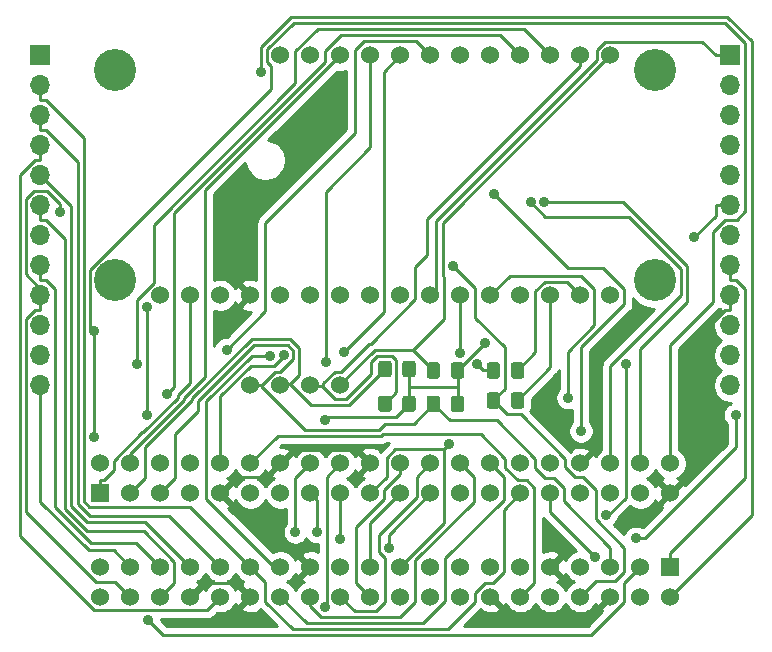
<source format=gbl>
%TF.GenerationSoftware,KiCad,Pcbnew,(5.1.6)-1*%
%TF.CreationDate,2020-10-07T23:45:21+02:00*%
%TF.ProjectId,RPI_FEATHER,5250495f-4645-4415-9448-45522e6b6963,rev?*%
%TF.SameCoordinates,Original*%
%TF.FileFunction,Copper,L2,Bot*%
%TF.FilePolarity,Positive*%
%FSLAX46Y46*%
G04 Gerber Fmt 4.6, Leading zero omitted, Abs format (unit mm)*
G04 Created by KiCad (PCBNEW (5.1.6)-1) date 2020-10-07 23:45:21*
%MOMM*%
%LPD*%
G01*
G04 APERTURE LIST*
%TA.AperFunction,ComponentPad*%
%ADD10C,1.524000*%
%TD*%
%TA.AperFunction,ComponentPad*%
%ADD11R,1.524000X1.524000*%
%TD*%
%TA.AperFunction,WasherPad*%
%ADD12C,3.556000*%
%TD*%
%TA.AperFunction,ComponentPad*%
%ADD13O,1.700000X1.700000*%
%TD*%
%TA.AperFunction,ComponentPad*%
%ADD14R,1.700000X1.700000*%
%TD*%
%TA.AperFunction,SMDPad,CuDef*%
%ADD15C,1.524000*%
%TD*%
%TA.AperFunction,ViaPad*%
%ADD16C,0.889000*%
%TD*%
%TA.AperFunction,Conductor*%
%ADD17C,0.254000*%
%TD*%
G04 APERTURE END LIST*
D10*
%TO.P,PI2,40*%
%TO.N,/GPIO21*%
X117912000Y-93276400D03*
%TO.P,PI2,39*%
%TO.N,GND*%
X117912000Y-90736400D03*
%TO.P,PI2,38*%
%TO.N,/GPIO20*%
X120452000Y-93276400D03*
%TO.P,PI2,37*%
%TO.N,/GPIO26*%
X120452000Y-90736400D03*
%TO.P,PI2,36*%
%TO.N,/GPIO16*%
X122992000Y-93276400D03*
%TO.P,PI2,35*%
%TO.N,/GPIO19*%
X122992000Y-90736400D03*
%TO.P,PI2,34*%
%TO.N,GND*%
X125532000Y-93276400D03*
%TO.P,PI2,33*%
%TO.N,/GPIO13*%
X125532000Y-90736400D03*
%TO.P,PI2,32*%
%TO.N,/GPIO12*%
X128072000Y-93276400D03*
%TO.P,PI2,31*%
%TO.N,/GPIO6*%
X128072000Y-90736400D03*
%TO.P,PI2,30*%
%TO.N,GND*%
X130612000Y-93276400D03*
%TO.P,PI2,29*%
%TO.N,/GPIO5*%
X130612000Y-90736400D03*
%TO.P,PI2,28*%
%TO.N,Net-(PI1-Pad28)*%
X133152000Y-93276400D03*
%TO.P,PI2,27*%
%TO.N,/A0*%
X133152000Y-90736400D03*
%TO.P,PI2,26*%
%TO.N,Net-(PI1-Pad26)*%
X135692000Y-93276400D03*
%TO.P,PI2,25*%
%TO.N,GND*%
X135692000Y-90736400D03*
%TO.P,PI2,24*%
%TO.N,/F13*%
X138232000Y-93276400D03*
%TO.P,PI2,23*%
%TO.N,/SCK*%
X138232000Y-90736400D03*
%TO.P,PI2,22*%
%TO.N,/F12*%
X140772000Y-93276400D03*
%TO.P,PI2,21*%
%TO.N,/MISO*%
X140772000Y-90736400D03*
%TO.P,PI2,20*%
%TO.N,GND*%
X143312000Y-93276400D03*
%TO.P,PI2,19*%
%TO.N,/MOSI*%
X143312000Y-90736400D03*
%TO.P,PI2,18*%
%TO.N,/F11*%
X145852000Y-93276400D03*
%TO.P,PI2,17*%
%TO.N,3.3v*%
X145852000Y-90736400D03*
%TO.P,PI2,16*%
%TO.N,/GPIO23*%
X148392000Y-93276400D03*
%TO.P,PI2,15*%
%TO.N,/F9*%
X148392000Y-90736400D03*
%TO.P,PI2,14*%
%TO.N,GND*%
X150932000Y-93276400D03*
%TO.P,PI2,13*%
%TO.N,/F6*%
X150932000Y-90736400D03*
%TO.P,PI2,12*%
%TO.N,/GPIO18*%
X153472000Y-93276400D03*
%TO.P,PI2,11*%
%TO.N,/F5*%
X153472000Y-90736400D03*
%TO.P,PI2,10*%
%TO.N,/TX*%
X156012000Y-93276400D03*
%TO.P,PI2,9*%
%TO.N,GND*%
X156012000Y-90736400D03*
%TO.P,PI2,8*%
%TO.N,/RX*%
X158552000Y-93276400D03*
%TO.P,PI2,7*%
%TO.N,/GPIO4*%
X158552000Y-90736400D03*
%TO.P,PI2,6*%
%TO.N,GND*%
X161092000Y-93276400D03*
%TO.P,PI2,5*%
%TO.N,SCL*%
X161092000Y-90736400D03*
%TO.P,PI2,4*%
%TO.N,/5v*%
X163632000Y-93276400D03*
%TO.P,PI2,3*%
%TO.N,SDA*%
X163632000Y-90736400D03*
%TO.P,PI2,2*%
%TO.N,/5v*%
X166172000Y-93276400D03*
D11*
%TO.P,PI2,1*%
%TO.N,3.3v*%
X166172000Y-90736400D03*
%TD*%
D12*
%TO.P,U1,*%
%TO.N,*%
X164902000Y-66479400D03*
X119182000Y-66479400D03*
X164902000Y-48699400D03*
X119182000Y-48699400D03*
D10*
%TO.P,U1,1*%
%TO.N,/FSDA*%
X161092000Y-47429400D03*
%TO.P,U1,2*%
%TO.N,/FSCL*%
X158552000Y-47429400D03*
%TO.P,U1,3*%
%TO.N,/F5*%
X156012000Y-47429400D03*
%TO.P,U1,4*%
%TO.N,/F6*%
X153472000Y-47429400D03*
%TO.P,U1,5*%
%TO.N,/F9*%
X150932000Y-47429400D03*
%TO.P,U1,6*%
%TO.N,N/C*%
X148392000Y-47429400D03*
%TO.P,U1,7*%
%TO.N,/F11*%
X145852000Y-47429400D03*
%TO.P,U1,8*%
%TO.N,/F12*%
X143312000Y-47429400D03*
%TO.P,U1,9*%
%TO.N,/F13*%
X140772000Y-47429400D03*
%TO.P,U1,10*%
%TO.N,/5v*%
X138232000Y-47429400D03*
%TO.P,U1,11*%
%TO.N,N/C*%
X135692000Y-47429400D03*
%TO.P,U1,12*%
X133152000Y-47429400D03*
%TO.P,U1,13*%
X161092000Y-67749400D03*
%TO.P,U1,14*%
%TO.N,Net-(R1-Pad2)*%
X158552000Y-67749400D03*
%TO.P,U1,15*%
%TO.N,Net-(R2-Pad2)*%
X156012000Y-67749400D03*
%TO.P,U1,16*%
%TO.N,/MISO*%
X153472000Y-67749400D03*
%TO.P,U1,17*%
%TO.N,/MOSI*%
X150932000Y-67749400D03*
%TO.P,U1,18*%
%TO.N,/SCK*%
X148392000Y-67749400D03*
%TO.P,U1,19*%
%TO.N,/A5*%
X145852000Y-67749400D03*
%TO.P,U1,20*%
%TO.N,/A4*%
X143312000Y-67749400D03*
%TO.P,U1,21*%
%TO.N,/A3*%
X140772000Y-67749400D03*
%TO.P,U1,22*%
%TO.N,/A2*%
X138232000Y-67749400D03*
%TO.P,U1,23*%
%TO.N,/A1*%
X135692000Y-67749400D03*
%TO.P,U1,24*%
%TO.N,/A0*%
X133152000Y-67749400D03*
%TO.P,U1,25*%
%TO.N,GND*%
X130612000Y-67749400D03*
%TO.P,U1,26*%
%TO.N,N/C*%
X128072000Y-67749400D03*
%TO.P,U1,27*%
%TO.N,3.3v*%
X125532000Y-67749400D03*
%TO.P,U1,28*%
%TO.N,/FRST*%
X122992000Y-67749400D03*
%TD*%
D11*
%TO.P,PI1,1*%
%TO.N,3.3v*%
X117912000Y-84513400D03*
D10*
%TO.P,PI1,2*%
%TO.N,/5v*%
X117912000Y-81973400D03*
%TO.P,PI1,3*%
%TO.N,SDA*%
X120452000Y-84513400D03*
%TO.P,PI1,4*%
%TO.N,/5v*%
X120452000Y-81973400D03*
%TO.P,PI1,5*%
%TO.N,SCL*%
X122992000Y-84513400D03*
%TO.P,PI1,6*%
%TO.N,GND*%
X122992000Y-81973400D03*
%TO.P,PI1,7*%
%TO.N,/GPIO4*%
X125532000Y-84513400D03*
%TO.P,PI1,8*%
%TO.N,/RX*%
X125532000Y-81973400D03*
%TO.P,PI1,9*%
%TO.N,GND*%
X128072000Y-84513400D03*
%TO.P,PI1,10*%
%TO.N,/TX*%
X128072000Y-81973400D03*
%TO.P,PI1,11*%
%TO.N,/F5*%
X130612000Y-84513400D03*
%TO.P,PI1,12*%
%TO.N,/GPIO18*%
X130612000Y-81973400D03*
%TO.P,PI1,13*%
%TO.N,/F6*%
X133152000Y-84513400D03*
%TO.P,PI1,14*%
%TO.N,GND*%
X133152000Y-81973400D03*
%TO.P,PI1,15*%
%TO.N,/F9*%
X135692000Y-84513400D03*
%TO.P,PI1,16*%
%TO.N,/GPIO23*%
X135692000Y-81973400D03*
%TO.P,PI1,17*%
%TO.N,3.3v*%
X138232000Y-84513400D03*
%TO.P,PI1,18*%
%TO.N,/F11*%
X138232000Y-81973400D03*
%TO.P,PI1,19*%
%TO.N,/MOSI*%
X140772000Y-84513400D03*
%TO.P,PI1,20*%
%TO.N,GND*%
X140772000Y-81973400D03*
%TO.P,PI1,21*%
%TO.N,/MISO*%
X143312000Y-84513400D03*
%TO.P,PI1,22*%
%TO.N,/F12*%
X143312000Y-81973400D03*
%TO.P,PI1,23*%
%TO.N,/SCK*%
X145852000Y-84513400D03*
%TO.P,PI1,24*%
%TO.N,/F13*%
X145852000Y-81973400D03*
%TO.P,PI1,25*%
%TO.N,GND*%
X148392000Y-84513400D03*
%TO.P,PI1,26*%
%TO.N,Net-(PI1-Pad26)*%
X148392000Y-81973400D03*
%TO.P,PI1,27*%
%TO.N,/A0*%
X150932000Y-84513400D03*
%TO.P,PI1,28*%
%TO.N,Net-(PI1-Pad28)*%
X150932000Y-81973400D03*
%TO.P,PI1,29*%
%TO.N,/GPIO5*%
X153472000Y-84513400D03*
%TO.P,PI1,30*%
%TO.N,GND*%
X153472000Y-81973400D03*
%TO.P,PI1,31*%
%TO.N,/GPIO6*%
X156012000Y-84513400D03*
%TO.P,PI1,32*%
%TO.N,/GPIO12*%
X156012000Y-81973400D03*
%TO.P,PI1,33*%
%TO.N,/GPIO13*%
X158552000Y-84513400D03*
%TO.P,PI1,34*%
%TO.N,GND*%
X158552000Y-81973400D03*
%TO.P,PI1,35*%
%TO.N,/GPIO19*%
X161092000Y-84513400D03*
%TO.P,PI1,36*%
%TO.N,/GPIO16*%
X161092000Y-81973400D03*
%TO.P,PI1,37*%
%TO.N,/GPIO26*%
X163632000Y-84513400D03*
%TO.P,PI1,38*%
%TO.N,/GPIO20*%
X163632000Y-81973400D03*
%TO.P,PI1,39*%
%TO.N,GND*%
X166172000Y-84513400D03*
%TO.P,PI1,40*%
%TO.N,/GPIO21*%
X166172000Y-81973400D03*
%TD*%
%TO.P,R1,1*%
%TO.N,/TX*%
%TA.AperFunction,SMDPad,CuDef*%
G36*
G01*
X150602000Y-74549401D02*
X150602000Y-73649399D01*
G75*
G02*
X150851999Y-73399400I249999J0D01*
G01*
X151502001Y-73399400D01*
G75*
G02*
X151752000Y-73649399I0J-249999D01*
G01*
X151752000Y-74549401D01*
G75*
G02*
X151502001Y-74799400I-249999J0D01*
G01*
X150851999Y-74799400D01*
G75*
G02*
X150602000Y-74549401I0J249999D01*
G01*
G37*
%TD.AperFunction*%
%TO.P,R1,2*%
%TO.N,Net-(R1-Pad2)*%
%TA.AperFunction,SMDPad,CuDef*%
G36*
G01*
X152652000Y-74549401D02*
X152652000Y-73649399D01*
G75*
G02*
X152901999Y-73399400I249999J0D01*
G01*
X153552001Y-73399400D01*
G75*
G02*
X153802000Y-73649399I0J-249999D01*
G01*
X153802000Y-74549401D01*
G75*
G02*
X153552001Y-74799400I-249999J0D01*
G01*
X152901999Y-74799400D01*
G75*
G02*
X152652000Y-74549401I0J249999D01*
G01*
G37*
%TD.AperFunction*%
%TD*%
%TO.P,R2,2*%
%TO.N,Net-(R2-Pad2)*%
%TA.AperFunction,SMDPad,CuDef*%
G36*
G01*
X152652000Y-77089401D02*
X152652000Y-76189399D01*
G75*
G02*
X152901999Y-75939400I249999J0D01*
G01*
X153552001Y-75939400D01*
G75*
G02*
X153802000Y-76189399I0J-249999D01*
G01*
X153802000Y-77089401D01*
G75*
G02*
X153552001Y-77339400I-249999J0D01*
G01*
X152901999Y-77339400D01*
G75*
G02*
X152652000Y-77089401I0J249999D01*
G01*
G37*
%TD.AperFunction*%
%TO.P,R2,1*%
%TO.N,/RX*%
%TA.AperFunction,SMDPad,CuDef*%
G36*
G01*
X150602000Y-77089401D02*
X150602000Y-76189399D01*
G75*
G02*
X150851999Y-75939400I249999J0D01*
G01*
X151502001Y-75939400D01*
G75*
G02*
X151752000Y-76189399I0J-249999D01*
G01*
X151752000Y-77089401D01*
G75*
G02*
X151502001Y-77339400I-249999J0D01*
G01*
X150851999Y-77339400D01*
G75*
G02*
X150602000Y-77089401I0J249999D01*
G01*
G37*
%TD.AperFunction*%
%TD*%
D13*
%TO.P,J1,12*%
%TO.N,/MISO*%
X171252000Y-75369400D03*
%TO.P,J1,11*%
%TO.N,/MOSI*%
X171252000Y-72829400D03*
%TO.P,J1,10*%
%TO.N,/SCK*%
X171252000Y-70289400D03*
%TO.P,J1,9*%
%TO.N,GND*%
X171252000Y-67749400D03*
%TO.P,J1,8*%
%TO.N,3.3v*%
X171252000Y-65209400D03*
%TO.P,J1,7*%
%TO.N,/FRST*%
X171252000Y-62669400D03*
%TO.P,J1,6*%
%TO.N,/A0*%
X171252000Y-60129400D03*
%TO.P,J1,5*%
%TO.N,/A1*%
X171252000Y-57589400D03*
%TO.P,J1,4*%
%TO.N,/A2*%
X171252000Y-55049400D03*
%TO.P,J1,3*%
%TO.N,/A3*%
X171252000Y-52509400D03*
%TO.P,J1,2*%
%TO.N,/A4*%
X171252000Y-49969400D03*
D14*
%TO.P,J1,1*%
%TO.N,/A5*%
X171252000Y-47429400D03*
%TD*%
%TO.P,J2,1*%
%TO.N,/GPIO4*%
X112832000Y-47429400D03*
D13*
%TO.P,J2,2*%
%TO.N,/GPIO5*%
X112832000Y-49969400D03*
%TO.P,J2,3*%
%TO.N,/GPIO6*%
X112832000Y-52509400D03*
%TO.P,J2,4*%
%TO.N,/GPIO12*%
X112832000Y-55049400D03*
%TO.P,J2,5*%
%TO.N,/GPIO13*%
X112832000Y-57589400D03*
%TO.P,J2,6*%
%TO.N,/GPIO16*%
X112832000Y-60129400D03*
%TO.P,J2,7*%
%TO.N,/GPIO18*%
X112832000Y-62669400D03*
%TO.P,J2,8*%
%TO.N,/GPIO19*%
X112832000Y-65209400D03*
%TO.P,J2,9*%
%TO.N,/GPIO20*%
X112832000Y-67749400D03*
%TO.P,J2,10*%
%TO.N,/GPIO21*%
X112832000Y-70289400D03*
%TO.P,J2,11*%
%TO.N,/GPIO23*%
X112832000Y-72829400D03*
%TO.P,J2,12*%
%TO.N,/GPIO26*%
X112832000Y-75369400D03*
%TD*%
D15*
%TO.P,J3,1*%
%TO.N,/FSDA*%
X138232000Y-75369400D03*
%TO.P,J3,2*%
%TO.N,/FSCL*%
X135692000Y-75369400D03*
%TO.P,J3,3*%
%TO.N,SDA*%
X133152000Y-75369400D03*
%TO.P,J3,4*%
%TO.N,SCL*%
X130612000Y-75369400D03*
%TD*%
%TO.P,R4,2*%
%TO.N,3.3v*%
%TA.AperFunction,SMDPad,CuDef*%
G36*
G01*
X143467000Y-77384401D02*
X143467000Y-76484399D01*
G75*
G02*
X143716999Y-76234400I249999J0D01*
G01*
X144367001Y-76234400D01*
G75*
G02*
X144617000Y-76484399I0J-249999D01*
G01*
X144617000Y-77384401D01*
G75*
G02*
X144367001Y-77634400I-249999J0D01*
G01*
X143716999Y-77634400D01*
G75*
G02*
X143467000Y-77384401I0J249999D01*
G01*
G37*
%TD.AperFunction*%
%TO.P,R4,1*%
%TO.N,/FSCL*%
%TA.AperFunction,SMDPad,CuDef*%
G36*
G01*
X141417000Y-77384401D02*
X141417000Y-76484399D01*
G75*
G02*
X141666999Y-76234400I249999J0D01*
G01*
X142317001Y-76234400D01*
G75*
G02*
X142567000Y-76484399I0J-249999D01*
G01*
X142567000Y-77384401D01*
G75*
G02*
X142317001Y-77634400I-249999J0D01*
G01*
X141666999Y-77634400D01*
G75*
G02*
X141417000Y-77384401I0J249999D01*
G01*
G37*
%TD.AperFunction*%
%TD*%
%TO.P,R5,2*%
%TO.N,3.3v*%
%TA.AperFunction,SMDPad,CuDef*%
G36*
G01*
X147572000Y-77384401D02*
X147572000Y-76484399D01*
G75*
G02*
X147821999Y-76234400I249999J0D01*
G01*
X148472001Y-76234400D01*
G75*
G02*
X148722000Y-76484399I0J-249999D01*
G01*
X148722000Y-77384401D01*
G75*
G02*
X148472001Y-77634400I-249999J0D01*
G01*
X147821999Y-77634400D01*
G75*
G02*
X147572000Y-77384401I0J249999D01*
G01*
G37*
%TD.AperFunction*%
%TO.P,R5,1*%
%TO.N,SCL*%
%TA.AperFunction,SMDPad,CuDef*%
G36*
G01*
X145522000Y-77384401D02*
X145522000Y-76484399D01*
G75*
G02*
X145771999Y-76234400I249999J0D01*
G01*
X146422001Y-76234400D01*
G75*
G02*
X146672000Y-76484399I0J-249999D01*
G01*
X146672000Y-77384401D01*
G75*
G02*
X146422001Y-77634400I-249999J0D01*
G01*
X145771999Y-77634400D01*
G75*
G02*
X145522000Y-77384401I0J249999D01*
G01*
G37*
%TD.AperFunction*%
%TD*%
%TO.P,R6,1*%
%TO.N,/FSDA*%
%TA.AperFunction,SMDPad,CuDef*%
G36*
G01*
X145522000Y-74549401D02*
X145522000Y-73649399D01*
G75*
G02*
X145771999Y-73399400I249999J0D01*
G01*
X146422001Y-73399400D01*
G75*
G02*
X146672000Y-73649399I0J-249999D01*
G01*
X146672000Y-74549401D01*
G75*
G02*
X146422001Y-74799400I-249999J0D01*
G01*
X145771999Y-74799400D01*
G75*
G02*
X145522000Y-74549401I0J249999D01*
G01*
G37*
%TD.AperFunction*%
%TO.P,R6,2*%
%TO.N,3.3v*%
%TA.AperFunction,SMDPad,CuDef*%
G36*
G01*
X147572000Y-74549401D02*
X147572000Y-73649399D01*
G75*
G02*
X147821999Y-73399400I249999J0D01*
G01*
X148472001Y-73399400D01*
G75*
G02*
X148722000Y-73649399I0J-249999D01*
G01*
X148722000Y-74549401D01*
G75*
G02*
X148472001Y-74799400I-249999J0D01*
G01*
X147821999Y-74799400D01*
G75*
G02*
X147572000Y-74549401I0J249999D01*
G01*
G37*
%TD.AperFunction*%
%TD*%
%TO.P,R7,1*%
%TO.N,SDA*%
%TA.AperFunction,SMDPad,CuDef*%
G36*
G01*
X141417000Y-74434401D02*
X141417000Y-73534399D01*
G75*
G02*
X141666999Y-73284400I249999J0D01*
G01*
X142317001Y-73284400D01*
G75*
G02*
X142567000Y-73534399I0J-249999D01*
G01*
X142567000Y-74434401D01*
G75*
G02*
X142317001Y-74684400I-249999J0D01*
G01*
X141666999Y-74684400D01*
G75*
G02*
X141417000Y-74434401I0J249999D01*
G01*
G37*
%TD.AperFunction*%
%TO.P,R7,2*%
%TO.N,3.3v*%
%TA.AperFunction,SMDPad,CuDef*%
G36*
G01*
X143467000Y-74434401D02*
X143467000Y-73534399D01*
G75*
G02*
X143716999Y-73284400I249999J0D01*
G01*
X144367001Y-73284400D01*
G75*
G02*
X144617000Y-73534399I0J-249999D01*
G01*
X144617000Y-74434401D01*
G75*
G02*
X144367001Y-74684400I-249999J0D01*
G01*
X143716999Y-74684400D01*
G75*
G02*
X143467000Y-74434401I0J249999D01*
G01*
G37*
%TD.AperFunction*%
%TD*%
D16*
%TO.N,3.3v*%
X138232000Y-88351000D03*
X136931200Y-78288300D03*
X150468200Y-71778200D03*
%TO.N,/5v*%
X131484900Y-48825700D03*
%TO.N,/RX*%
X121870100Y-77838100D03*
X121870100Y-68738900D03*
X147782900Y-65245600D03*
%TO.N,/TX*%
X160681000Y-86362000D03*
X162386900Y-73587000D03*
X133411900Y-72777900D03*
X149831300Y-73587000D03*
%TO.N,/MOSI*%
X147442100Y-80368300D03*
X157500000Y-76409400D03*
%TO.N,/SCK*%
X142313700Y-89176900D03*
X148392000Y-72637500D03*
%TO.N,/A0*%
X132268600Y-72874200D03*
X168200200Y-62844600D03*
%TO.N,/GPIO4*%
X163249600Y-88315300D03*
X171686700Y-77877400D03*
%TO.N,/GPIO6*%
X159782900Y-89894800D03*
%TO.N,/GPIO12*%
X158613700Y-79230100D03*
X151253900Y-59154400D03*
%TO.N,/GPIO16*%
X154331800Y-59863400D03*
%TO.N,/GPIO20*%
X155475200Y-59820600D03*
X114486100Y-60705100D03*
%TO.N,/GPIO21*%
X117343200Y-79703100D03*
X117343200Y-70798600D03*
%TO.N,/GPIO23*%
X134421800Y-87765900D03*
%TO.N,/F5*%
X121007100Y-73585400D03*
%TO.N,/F6*%
X123587500Y-76125400D03*
%TO.N,/F9*%
X136253700Y-87752900D03*
%TO.N,/F11*%
X136962100Y-94143400D03*
X128593100Y-72334500D03*
%TO.N,/F12*%
X138523900Y-72566300D03*
%TO.N,/F13*%
X137001800Y-73392200D03*
%TO.N,SDA*%
X121964000Y-95254700D03*
%TD*%
D17*
%TO.N,GND*%
X128072000Y-84513400D02*
X129435100Y-83150300D01*
X129435100Y-83150300D02*
X131975100Y-83150300D01*
X131975100Y-83150300D02*
X133152000Y-81973400D01*
X171252000Y-68980700D02*
X170812000Y-68980700D01*
X170812000Y-68980700D02*
X169115000Y-70677700D01*
X169115000Y-70677700D02*
X169115000Y-81570400D01*
X169115000Y-81570400D02*
X166172000Y-84513400D01*
X133152000Y-81973400D02*
X134298300Y-80827100D01*
X134298300Y-80827100D02*
X139625700Y-80827100D01*
X139625700Y-80827100D02*
X140772000Y-81973400D01*
X125532000Y-93276400D02*
X126693500Y-92114900D01*
X126693500Y-92114900D02*
X129450500Y-92114900D01*
X129450500Y-92114900D02*
X130612000Y-93276400D01*
X171252000Y-67749400D02*
X171252000Y-68980700D01*
%TO.N,3.3v*%
X138232000Y-84513400D02*
X138232000Y-88351000D01*
X117912000Y-84513400D02*
X117912000Y-83370100D01*
X125532000Y-67749400D02*
X125532000Y-75133500D01*
X125532000Y-75133500D02*
X124481200Y-76184300D01*
X124481200Y-76184300D02*
X124481200Y-76399600D01*
X124481200Y-76399600D02*
X121522000Y-79358800D01*
X121522000Y-79358800D02*
X121448700Y-79358800D01*
X121448700Y-79358800D02*
X119055300Y-81752200D01*
X119055300Y-81752200D02*
X119055300Y-82512700D01*
X119055300Y-82512700D02*
X118197900Y-83370100D01*
X118197900Y-83370100D02*
X117912000Y-83370100D01*
X144042000Y-75516900D02*
X144042000Y-76934400D01*
X144042000Y-73984400D02*
X144042000Y-75516900D01*
X148147000Y-75516900D02*
X144042000Y-75516900D01*
X148147000Y-75516900D02*
X148147000Y-76934400D01*
X148147000Y-74099400D02*
X148147000Y-75516900D01*
X150468200Y-71778200D02*
X148147000Y-74099400D01*
X144042000Y-76934400D02*
X142959600Y-78016800D01*
X142959600Y-78016800D02*
X137202700Y-78016800D01*
X137202700Y-78016800D02*
X136931200Y-78288300D01*
X166172000Y-90736400D02*
X166172000Y-89593100D01*
X171252000Y-65209400D02*
X171252000Y-66440700D01*
X171252000Y-66440700D02*
X171713700Y-66440700D01*
X171713700Y-66440700D02*
X172523700Y-67250700D01*
X172523700Y-67250700D02*
X172523700Y-83241400D01*
X172523700Y-83241400D02*
X166172000Y-89593100D01*
%TO.N,/5v*%
X120452000Y-81973400D02*
X120452000Y-81147700D01*
X120452000Y-81147700D02*
X124989500Y-76610200D01*
X124989500Y-76610200D02*
X124989500Y-76433700D01*
X124989500Y-76433700D02*
X126802000Y-74621200D01*
X126802000Y-74621200D02*
X126802000Y-58859400D01*
X126802000Y-58859400D02*
X138232000Y-47429400D01*
X166172000Y-93276400D02*
X173075000Y-86373400D01*
X173075000Y-86373400D02*
X173075000Y-46241500D01*
X173075000Y-46241500D02*
X170982900Y-44149400D01*
X170982900Y-44149400D02*
X134035100Y-44149400D01*
X134035100Y-44149400D02*
X131484900Y-46699600D01*
X131484900Y-46699600D02*
X131484900Y-48825700D01*
%TO.N,/RX*%
X121870100Y-68738900D02*
X121870100Y-77838100D01*
X151177000Y-76639400D02*
X152353000Y-77815400D01*
X152353000Y-77815400D02*
X153522400Y-77815400D01*
X153522400Y-77815400D02*
X157282000Y-81575000D01*
X157282000Y-81575000D02*
X157282000Y-82320200D01*
X157282000Y-82320200D02*
X158078600Y-83116800D01*
X158078600Y-83116800D02*
X158772200Y-83116800D01*
X158772200Y-83116800D02*
X159855200Y-84199800D01*
X159855200Y-84199800D02*
X159855200Y-86703900D01*
X159855200Y-86703900D02*
X162249500Y-89098200D01*
X162249500Y-89098200D02*
X162249500Y-91198300D01*
X162249500Y-91198300D02*
X161494500Y-91953300D01*
X161494500Y-91953300D02*
X159875100Y-91953300D01*
X159875100Y-91953300D02*
X158552000Y-93276400D01*
X147782900Y-65245600D02*
X149662000Y-67124700D01*
X149662000Y-67124700D02*
X149662000Y-69629800D01*
X149662000Y-69629800D02*
X152137900Y-72105700D01*
X152137900Y-72105700D02*
X152137900Y-75678500D01*
X152137900Y-75678500D02*
X151177000Y-76639400D01*
%TO.N,/TX*%
X128072000Y-81973400D02*
X128072000Y-76286500D01*
X128072000Y-76286500D02*
X130658500Y-73700000D01*
X130658500Y-73700000D02*
X132610700Y-73700000D01*
X132610700Y-73700000D02*
X133411900Y-72898800D01*
X133411900Y-72898800D02*
X133411900Y-72777900D01*
X160681000Y-86362000D02*
X160925100Y-86362000D01*
X160925100Y-86362000D02*
X162386900Y-84900200D01*
X162386900Y-84900200D02*
X162386900Y-73587000D01*
X151177000Y-74099400D02*
X150343700Y-74099400D01*
X150343700Y-74099400D02*
X149831300Y-73587000D01*
%TO.N,Net-(R1-Pad2)*%
X158552000Y-67749400D02*
X157398800Y-66596200D01*
X157398800Y-66596200D02*
X155524700Y-66596200D01*
X155524700Y-66596200D02*
X154742000Y-67378900D01*
X154742000Y-67378900D02*
X154742000Y-72584400D01*
X154742000Y-72584400D02*
X153227000Y-74099400D01*
%TO.N,Net-(R2-Pad2)*%
X153227000Y-76639400D02*
X156012000Y-73854400D01*
X156012000Y-73854400D02*
X156012000Y-67749400D01*
%TO.N,/MISO*%
X140772000Y-90736400D02*
X140772000Y-87053400D01*
X140772000Y-87053400D02*
X143312000Y-84513400D01*
%TO.N,/MOSI*%
X146997600Y-80792600D02*
X146997600Y-87050800D01*
X146997600Y-87050800D02*
X143312000Y-90736400D01*
X147442100Y-80368300D02*
X147421900Y-80368300D01*
X147421900Y-80368300D02*
X146997600Y-80792600D01*
X146997600Y-80792600D02*
X142875900Y-80792600D01*
X142875900Y-80792600D02*
X142168600Y-81499900D01*
X142168600Y-81499900D02*
X142168600Y-83116800D01*
X142168600Y-83116800D02*
X140772000Y-84513400D01*
X150932000Y-67749400D02*
X152593600Y-66087800D01*
X152593600Y-66087800D02*
X158588400Y-66087800D01*
X158588400Y-66087800D02*
X159732600Y-67232000D01*
X159732600Y-67232000D02*
X159732600Y-70295700D01*
X159732600Y-70295700D02*
X157500000Y-72528300D01*
X157500000Y-72528300D02*
X157500000Y-76409400D01*
%TO.N,/SCK*%
X145852000Y-84513400D02*
X142313700Y-88051700D01*
X142313700Y-88051700D02*
X142313700Y-89176900D01*
X148392000Y-67749400D02*
X148392000Y-72637500D01*
%TO.N,/A0*%
X133152000Y-90736400D02*
X132633000Y-90736400D01*
X132633000Y-90736400D02*
X126888800Y-84992200D01*
X126888800Y-84992200D02*
X126888800Y-76714300D01*
X126888800Y-76714300D02*
X130728900Y-72874200D01*
X130728900Y-72874200D02*
X132268600Y-72874200D01*
X171252000Y-60129400D02*
X170020700Y-60129400D01*
X170020700Y-60129400D02*
X170020700Y-61024100D01*
X170020700Y-61024100D02*
X168200200Y-62844600D01*
%TO.N,/A5*%
X145852000Y-67749400D02*
X146360300Y-67241100D01*
X146360300Y-67241100D02*
X146360300Y-61442100D01*
X146360300Y-61442100D02*
X159948600Y-47853800D01*
X159948600Y-47853800D02*
X159948600Y-46955900D01*
X159948600Y-46955900D02*
X160633600Y-46270900D01*
X160633600Y-46270900D02*
X168862200Y-46270900D01*
X168862200Y-46270900D02*
X170020700Y-47429400D01*
X171252000Y-47429400D02*
X170020700Y-47429400D01*
%TO.N,/GPIO4*%
X163249600Y-88315300D02*
X163249600Y-88315200D01*
X163249600Y-88315200D02*
X163989600Y-88315200D01*
X163989600Y-88315200D02*
X171686700Y-80618100D01*
X171686700Y-80618100D02*
X171686700Y-77877400D01*
%TO.N,/GPIO5*%
X130612000Y-90736400D02*
X131882000Y-92006400D01*
X131882000Y-92006400D02*
X131882000Y-93688100D01*
X131882000Y-93688100D02*
X134187400Y-95993500D01*
X134187400Y-95993500D02*
X147343300Y-95993500D01*
X147343300Y-95993500D02*
X149662000Y-93674800D01*
X149662000Y-93674800D02*
X149662000Y-92929600D01*
X149662000Y-92929600D02*
X150458600Y-92133000D01*
X150458600Y-92133000D02*
X151152200Y-92133000D01*
X151152200Y-92133000D02*
X152075400Y-91209800D01*
X152075400Y-91209800D02*
X152075400Y-85910000D01*
X152075400Y-85910000D02*
X153472000Y-84513400D01*
X112832000Y-51200700D02*
X113293700Y-51200700D01*
X113293700Y-51200700D02*
X116511800Y-54418800D01*
X116511800Y-54418800D02*
X116511800Y-85191100D01*
X116511800Y-85191100D02*
X116977500Y-85656800D01*
X116977500Y-85656800D02*
X125532400Y-85656800D01*
X125532400Y-85656800D02*
X130612000Y-90736400D01*
X112832000Y-49969400D02*
X112832000Y-51200700D01*
%TO.N,/GPIO6*%
X156012000Y-84513400D02*
X156012000Y-86123900D01*
X156012000Y-86123900D02*
X159782900Y-89894800D01*
X112832000Y-52509400D02*
X112832000Y-53740700D01*
X112832000Y-53740700D02*
X113293700Y-53740700D01*
X113293700Y-53740700D02*
X115996400Y-56443400D01*
X115996400Y-56443400D02*
X115996400Y-85426800D01*
X115996400Y-85426800D02*
X116989200Y-86419600D01*
X116989200Y-86419600D02*
X123755200Y-86419600D01*
X123755200Y-86419600D02*
X128072000Y-90736400D01*
%TO.N,/GPIO12*%
X112832000Y-55049400D02*
X112832000Y-56280700D01*
X112832000Y-56280700D02*
X112370300Y-56280700D01*
X112370300Y-56280700D02*
X111091200Y-57559800D01*
X111091200Y-57559800D02*
X111091200Y-88130000D01*
X111091200Y-88130000D02*
X117388700Y-94427500D01*
X117388700Y-94427500D02*
X126920900Y-94427500D01*
X126920900Y-94427500D02*
X128072000Y-93276400D01*
X158613700Y-79230100D02*
X158613700Y-72133600D01*
X158613700Y-72133600D02*
X162257300Y-68490000D01*
X162257300Y-68490000D02*
X162257300Y-67227600D01*
X162257300Y-67227600D02*
X160432400Y-65402700D01*
X160432400Y-65402700D02*
X157502200Y-65402700D01*
X157502200Y-65402700D02*
X151253900Y-59154400D01*
%TO.N,/GPIO13*%
X112832000Y-57589400D02*
X115450600Y-60208000D01*
X115450600Y-60208000D02*
X115450600Y-85609300D01*
X115450600Y-85609300D02*
X116769300Y-86928000D01*
X116769300Y-86928000D02*
X121723600Y-86928000D01*
X121723600Y-86928000D02*
X125532000Y-90736400D01*
%TO.N,/GPIO16*%
X161092000Y-81973400D02*
X161092000Y-73689600D01*
X161092000Y-73689600D02*
X167081100Y-67700500D01*
X167081100Y-67700500D02*
X167081100Y-65536400D01*
X167081100Y-65536400D02*
X162662900Y-61118200D01*
X162662900Y-61118200D02*
X155586600Y-61118200D01*
X155586600Y-61118200D02*
X154331800Y-59863400D01*
X112832000Y-61360700D02*
X113293700Y-61360700D01*
X113293700Y-61360700D02*
X114942200Y-63009200D01*
X114942200Y-63009200D02*
X114942200Y-85819900D01*
X114942200Y-85819900D02*
X116812600Y-87690300D01*
X116812600Y-87690300D02*
X121572500Y-87690300D01*
X121572500Y-87690300D02*
X124167700Y-90285500D01*
X124167700Y-90285500D02*
X124167700Y-92100700D01*
X124167700Y-92100700D02*
X122992000Y-93276400D01*
X112832000Y-60129400D02*
X112832000Y-61360700D01*
%TO.N,/GPIO18*%
X153472000Y-93276400D02*
X154649100Y-92099300D01*
X154649100Y-92099300D02*
X154649100Y-84020500D01*
X154649100Y-84020500D02*
X153998600Y-83370000D01*
X153998600Y-83370000D02*
X153239900Y-83370000D01*
X153239900Y-83370000D02*
X152202000Y-82332100D01*
X152202000Y-82332100D02*
X152202000Y-81600300D01*
X152202000Y-81600300D02*
X150100200Y-79498500D01*
X150100200Y-79498500D02*
X141833200Y-79498500D01*
X141833200Y-79498500D02*
X141706100Y-79625600D01*
X141706100Y-79625600D02*
X132959800Y-79625600D01*
X132959800Y-79625600D02*
X130612000Y-81973400D01*
%TO.N,/GPIO19*%
X112832000Y-66440700D02*
X113293800Y-66440700D01*
X113293800Y-66440700D02*
X114063300Y-67210200D01*
X114063300Y-67210200D02*
X114063300Y-85661200D01*
X114063300Y-85661200D02*
X117109000Y-88706900D01*
X117109000Y-88706900D02*
X120962500Y-88706900D01*
X120962500Y-88706900D02*
X122992000Y-90736400D01*
X112832000Y-65209400D02*
X112832000Y-66440700D01*
%TO.N,/GPIO20*%
X120452000Y-93276400D02*
X119182000Y-92006400D01*
X119182000Y-92006400D02*
X117554100Y-92006400D01*
X117554100Y-92006400D02*
X111599500Y-86051800D01*
X111599500Y-86051800D02*
X111599500Y-69751500D01*
X111599500Y-69751500D02*
X112370300Y-68980700D01*
X112370300Y-68980700D02*
X112832000Y-68980700D01*
X163632000Y-81973400D02*
X163632000Y-72313900D01*
X163632000Y-72313900D02*
X167592800Y-68353100D01*
X167592800Y-68353100D02*
X167592800Y-65251400D01*
X167592800Y-65251400D02*
X162162000Y-59820600D01*
X162162000Y-59820600D02*
X155475200Y-59820600D01*
X112832000Y-67170300D02*
X111600600Y-65938900D01*
X111600600Y-65938900D02*
X111600600Y-59619100D01*
X111600600Y-59619100D02*
X112321700Y-58898000D01*
X112321700Y-58898000D02*
X113402100Y-58898000D01*
X113402100Y-58898000D02*
X114486100Y-59982000D01*
X114486100Y-59982000D02*
X114486100Y-60705100D01*
X112832000Y-67749400D02*
X112832000Y-68980700D01*
X112832000Y-67459800D02*
X112832000Y-67749400D01*
X112832000Y-67459800D02*
X112832000Y-67170300D01*
%TO.N,/GPIO21*%
X117343200Y-70798600D02*
X117343200Y-79703100D01*
X166172000Y-81973400D02*
X166172000Y-71940700D01*
X166172000Y-71940700D02*
X169764300Y-68348400D01*
X169764300Y-68348400D02*
X169764300Y-62415700D01*
X169764300Y-62415700D02*
X170819200Y-61360800D01*
X170819200Y-61360800D02*
X171768300Y-61360800D01*
X171768300Y-61360800D02*
X172487500Y-60641600D01*
X172487500Y-60641600D02*
X172487500Y-46380000D01*
X172487500Y-46380000D02*
X170765300Y-44657800D01*
X170765300Y-44657800D02*
X134261200Y-44657800D01*
X134261200Y-44657800D02*
X131993200Y-46925800D01*
X131993200Y-46925800D02*
X131993200Y-48005100D01*
X131993200Y-48005100D02*
X132352100Y-48364000D01*
X132352100Y-48364000D02*
X132352100Y-50246700D01*
X132352100Y-50246700D02*
X117021500Y-65577300D01*
X117021500Y-65577300D02*
X117021500Y-70476900D01*
X117021500Y-70476900D02*
X117343200Y-70798600D01*
%TO.N,/GPIO23*%
X135692000Y-81973400D02*
X134421800Y-83243600D01*
X134421800Y-83243600D02*
X134421800Y-87765900D01*
%TO.N,/GPIO26*%
X112832000Y-76600700D02*
X112832000Y-85231800D01*
X112832000Y-85231800D02*
X116926800Y-89326600D01*
X116926800Y-89326600D02*
X119042200Y-89326600D01*
X119042200Y-89326600D02*
X120452000Y-90736400D01*
X112832000Y-75369400D02*
X112832000Y-76600700D01*
%TO.N,/F5*%
X156012000Y-47429400D02*
X153754000Y-45171400D01*
X153754000Y-45171400D02*
X136314200Y-45171400D01*
X136314200Y-45171400D02*
X134422000Y-47063600D01*
X134422000Y-47063600D02*
X134422000Y-49762000D01*
X134422000Y-49762000D02*
X122428800Y-61755200D01*
X122428800Y-61755200D02*
X122428800Y-66695700D01*
X122428800Y-66695700D02*
X121007100Y-68117400D01*
X121007100Y-68117400D02*
X121007100Y-73585400D01*
%TO.N,/F6*%
X153472000Y-47429400D02*
X151722400Y-45679800D01*
X151722400Y-45679800D02*
X138320400Y-45679800D01*
X138320400Y-45679800D02*
X136962000Y-47038200D01*
X136962000Y-47038200D02*
X136962000Y-47980400D01*
X136962000Y-47980400D02*
X124168600Y-60773800D01*
X124168600Y-60773800D02*
X124168600Y-75544300D01*
X124168600Y-75544300D02*
X123587500Y-76125400D01*
%TO.N,/F9*%
X135692000Y-84513400D02*
X136253700Y-85075100D01*
X136253700Y-85075100D02*
X136253700Y-87752900D01*
%TO.N,/F11*%
X136962100Y-94143400D02*
X137079500Y-94026000D01*
X137079500Y-94026000D02*
X137079500Y-83125900D01*
X137079500Y-83125900D02*
X138232000Y-81973400D01*
X145852000Y-47429400D02*
X144661700Y-46239100D01*
X144661700Y-46239100D02*
X140266300Y-46239100D01*
X140266300Y-46239100D02*
X139502000Y-47003400D01*
X139502000Y-47003400D02*
X139502000Y-54017200D01*
X139502000Y-54017200D02*
X131882000Y-61637200D01*
X131882000Y-61637200D02*
X131882000Y-69045600D01*
X131882000Y-69045600D02*
X128593100Y-72334500D01*
%TO.N,/F12*%
X143312000Y-81973400D02*
X143312000Y-82858900D01*
X143312000Y-82858900D02*
X141915400Y-84255500D01*
X141915400Y-84255500D02*
X141915400Y-85012300D01*
X141915400Y-85012300D02*
X139571000Y-87356700D01*
X139571000Y-87356700D02*
X139571000Y-92075400D01*
X139571000Y-92075400D02*
X140772000Y-93276400D01*
X143312000Y-47429400D02*
X141915400Y-48826000D01*
X141915400Y-48826000D02*
X141915400Y-69174800D01*
X141915400Y-69174800D02*
X138523900Y-72566300D01*
%TO.N,/F13*%
X145852000Y-81973400D02*
X144708600Y-83116800D01*
X144708600Y-83116800D02*
X144708600Y-84799900D01*
X144708600Y-84799900D02*
X141481600Y-88026900D01*
X141481600Y-88026900D02*
X141481600Y-89512500D01*
X141481600Y-89512500D02*
X141971900Y-90002800D01*
X141971900Y-90002800D02*
X141971900Y-93738900D01*
X141971900Y-93738900D02*
X141242300Y-94468500D01*
X141242300Y-94468500D02*
X139424100Y-94468500D01*
X139424100Y-94468500D02*
X138232000Y-93276400D01*
X140772000Y-47429400D02*
X140772000Y-55185500D01*
X140772000Y-55185500D02*
X137001800Y-58955700D01*
X137001800Y-58955700D02*
X137001800Y-73392200D01*
%TO.N,/FSDA*%
X144391300Y-72393700D02*
X141117900Y-72393700D01*
X141117900Y-72393700D02*
X138232000Y-75279600D01*
X138232000Y-75279600D02*
X138232000Y-75369400D01*
X144391300Y-72393700D02*
X147024500Y-69760500D01*
X147024500Y-69760500D02*
X147024500Y-66225700D01*
X147024500Y-66225700D02*
X146927000Y-66128200D01*
X146927000Y-66128200D02*
X146927000Y-61594400D01*
X146927000Y-61594400D02*
X161092000Y-47429400D01*
X146097000Y-74099400D02*
X144391300Y-72393700D01*
%TO.N,/FSCL*%
X136641900Y-75416700D02*
X136774200Y-75284400D01*
X136774200Y-75284400D02*
X136774200Y-75193400D01*
X136774200Y-75193400D02*
X137741600Y-74226000D01*
X137741600Y-74226000D02*
X138301100Y-74226000D01*
X138301100Y-74226000D02*
X140641800Y-71885300D01*
X140641800Y-71885300D02*
X140793100Y-71885300D01*
X140793100Y-71885300D02*
X144582000Y-68096400D01*
X144582000Y-68096400D02*
X144582000Y-65368700D01*
X144582000Y-65368700D02*
X145597900Y-64352800D01*
X145597900Y-64352800D02*
X145597900Y-61286200D01*
X145597900Y-61286200D02*
X158552000Y-48332100D01*
X158552000Y-48332100D02*
X158552000Y-47429400D01*
X135692000Y-75369400D02*
X135717400Y-75394800D01*
X135717400Y-75394800D02*
X136418000Y-75394800D01*
X136418000Y-75394800D02*
X136440000Y-75416800D01*
X136440000Y-75416800D02*
X136641800Y-75416800D01*
X136641800Y-75416800D02*
X136641900Y-75416700D01*
X141992000Y-76934400D02*
X142953400Y-75973000D01*
X142953400Y-75973000D02*
X142953400Y-73217300D01*
X142953400Y-73217300D02*
X142638100Y-72902000D01*
X142638100Y-72902000D02*
X141328300Y-72902000D01*
X141328300Y-72902000D02*
X140836800Y-73393500D01*
X140836800Y-73393500D02*
X140836800Y-74406700D01*
X140836800Y-74406700D02*
X138725300Y-76518200D01*
X138725300Y-76518200D02*
X137743300Y-76518200D01*
X137743300Y-76518200D02*
X136641900Y-75416700D01*
%TO.N,SDA*%
X133972700Y-75282100D02*
X135717100Y-77026500D01*
X135717100Y-77026500D02*
X138949900Y-77026500D01*
X138949900Y-77026500D02*
X141992000Y-73984400D01*
X121964000Y-95254700D02*
X123211100Y-96501800D01*
X123211100Y-96501800D02*
X159483600Y-96501800D01*
X159483600Y-96501800D02*
X162235400Y-93750000D01*
X162235400Y-93750000D02*
X162235400Y-92133000D01*
X162235400Y-92133000D02*
X163632000Y-90736400D01*
X120452000Y-84513400D02*
X121722000Y-83243400D01*
X121722000Y-83243400D02*
X121722000Y-80596500D01*
X121722000Y-80596500D02*
X125684000Y-76634500D01*
X125684000Y-76634500D02*
X125684000Y-76458200D01*
X125684000Y-76458200D02*
X130738500Y-71403700D01*
X130738500Y-71403700D02*
X133924500Y-71403700D01*
X133924500Y-71403700D02*
X134746100Y-72225300D01*
X134746100Y-72225300D02*
X134746100Y-74508700D01*
X134746100Y-74508700D02*
X133972700Y-75282100D01*
X133972700Y-75282100D02*
X133239300Y-75282100D01*
X133239300Y-75282100D02*
X133152000Y-75369400D01*
%TO.N,SCL*%
X122992000Y-84513400D02*
X124262000Y-83243400D01*
X124262000Y-83243400D02*
X124262000Y-79494000D01*
X124262000Y-79494000D02*
X126192300Y-77563700D01*
X126192300Y-77563700D02*
X126192300Y-76691800D01*
X126192300Y-76691800D02*
X130932000Y-71952100D01*
X130932000Y-71952100D02*
X133754100Y-71952100D01*
X133754100Y-71952100D02*
X134237800Y-72435800D01*
X134237800Y-72435800D02*
X134237800Y-73120000D01*
X134237800Y-73120000D02*
X133149500Y-74208300D01*
X133149500Y-74208300D02*
X132696200Y-74208300D01*
X132696200Y-74208300D02*
X131520300Y-75384200D01*
X161092000Y-90736400D02*
X161092000Y-89104900D01*
X161092000Y-89104900D02*
X157155400Y-85168300D01*
X157155400Y-85168300D02*
X157155400Y-84040000D01*
X157155400Y-84040000D02*
X156353700Y-83238300D01*
X156353700Y-83238300D02*
X155574300Y-83238300D01*
X155574300Y-83238300D02*
X154742000Y-82406000D01*
X154742000Y-82406000D02*
X154742000Y-81617900D01*
X154742000Y-81617900D02*
X151447900Y-78323800D01*
X151447900Y-78323800D02*
X147486400Y-78323800D01*
X147486400Y-78323800D02*
X146097000Y-76934400D01*
X131520300Y-75384200D02*
X135250200Y-79114100D01*
X135250200Y-79114100D02*
X141498800Y-79114100D01*
X141498800Y-79114100D02*
X142003900Y-78609000D01*
X142003900Y-78609000D02*
X144422400Y-78609000D01*
X144422400Y-78609000D02*
X146097000Y-76934400D01*
X131520300Y-75384200D02*
X131505500Y-75369400D01*
X131505500Y-75369400D02*
X130612000Y-75369400D01*
%TO.N,Net-(PI1-Pad28)*%
X133152000Y-93276400D02*
X135360800Y-95485200D01*
X135360800Y-95485200D02*
X145261700Y-95485200D01*
X145261700Y-95485200D02*
X147122000Y-93624900D01*
X147122000Y-93624900D02*
X147122000Y-90011100D01*
X147122000Y-90011100D02*
X152081900Y-85051200D01*
X152081900Y-85051200D02*
X152081900Y-83123300D01*
X152081900Y-83123300D02*
X150932000Y-81973400D01*
%TO.N,Net-(PI1-Pad26)*%
X148392000Y-81973400D02*
X149537600Y-83119000D01*
X149537600Y-83119000D02*
X149537600Y-85229800D01*
X149537600Y-85229800D02*
X144582000Y-90185400D01*
X144582000Y-90185400D02*
X144582000Y-93670400D01*
X144582000Y-93670400D02*
X143275500Y-94976900D01*
X143275500Y-94976900D02*
X136626800Y-94976900D01*
X136626800Y-94976900D02*
X135692000Y-94042100D01*
X135692000Y-94042100D02*
X135692000Y-93276400D01*
%TD*%
%TO.N,GND*%
G36*
X161285748Y-93262258D02*
G01*
X161271605Y-93276400D01*
X161285748Y-93290543D01*
X161106143Y-93470148D01*
X161092000Y-93456005D01*
X160306040Y-94241965D01*
X160373020Y-94482056D01*
X160408860Y-94498909D01*
X159167970Y-95739800D01*
X148674630Y-95739800D01*
X150151804Y-94262627D01*
X150213020Y-94482056D01*
X150462048Y-94599156D01*
X150729135Y-94665423D01*
X151004017Y-94678310D01*
X151276133Y-94637322D01*
X151535023Y-94544036D01*
X151650980Y-94482056D01*
X151717960Y-94241965D01*
X150932000Y-93456005D01*
X150917858Y-93470148D01*
X150738253Y-93290543D01*
X150752395Y-93276400D01*
X150738253Y-93262258D01*
X150917858Y-93082653D01*
X150932000Y-93096795D01*
X150946143Y-93082653D01*
X151125748Y-93262258D01*
X151111605Y-93276400D01*
X151897565Y-94062360D01*
X152137656Y-93995380D01*
X152201485Y-93859640D01*
X152233995Y-93938127D01*
X152386880Y-94166935D01*
X152581465Y-94361520D01*
X152810273Y-94514405D01*
X153064510Y-94619714D01*
X153334408Y-94673400D01*
X153609592Y-94673400D01*
X153879490Y-94619714D01*
X154133727Y-94514405D01*
X154362535Y-94361520D01*
X154557120Y-94166935D01*
X154710005Y-93938127D01*
X154742000Y-93860885D01*
X154773995Y-93938127D01*
X154926880Y-94166935D01*
X155121465Y-94361520D01*
X155350273Y-94514405D01*
X155604510Y-94619714D01*
X155874408Y-94673400D01*
X156149592Y-94673400D01*
X156419490Y-94619714D01*
X156673727Y-94514405D01*
X156902535Y-94361520D01*
X157097120Y-94166935D01*
X157250005Y-93938127D01*
X157282000Y-93860885D01*
X157313995Y-93938127D01*
X157466880Y-94166935D01*
X157661465Y-94361520D01*
X157890273Y-94514405D01*
X158144510Y-94619714D01*
X158414408Y-94673400D01*
X158689592Y-94673400D01*
X158959490Y-94619714D01*
X159213727Y-94514405D01*
X159442535Y-94361520D01*
X159637120Y-94166935D01*
X159790005Y-93938127D01*
X159819692Y-93866457D01*
X159824364Y-93879423D01*
X159886344Y-93995380D01*
X160126435Y-94062360D01*
X160912395Y-93276400D01*
X160898253Y-93262258D01*
X161077858Y-93082653D01*
X161092000Y-93096795D01*
X161106143Y-93082653D01*
X161285748Y-93262258D01*
G37*
X161285748Y-93262258D02*
X161271605Y-93276400D01*
X161285748Y-93290543D01*
X161106143Y-93470148D01*
X161092000Y-93456005D01*
X160306040Y-94241965D01*
X160373020Y-94482056D01*
X160408860Y-94498909D01*
X159167970Y-95739800D01*
X148674630Y-95739800D01*
X150151804Y-94262627D01*
X150213020Y-94482056D01*
X150462048Y-94599156D01*
X150729135Y-94665423D01*
X151004017Y-94678310D01*
X151276133Y-94637322D01*
X151535023Y-94544036D01*
X151650980Y-94482056D01*
X151717960Y-94241965D01*
X150932000Y-93456005D01*
X150917858Y-93470148D01*
X150738253Y-93290543D01*
X150752395Y-93276400D01*
X150738253Y-93262258D01*
X150917858Y-93082653D01*
X150932000Y-93096795D01*
X150946143Y-93082653D01*
X151125748Y-93262258D01*
X151111605Y-93276400D01*
X151897565Y-94062360D01*
X152137656Y-93995380D01*
X152201485Y-93859640D01*
X152233995Y-93938127D01*
X152386880Y-94166935D01*
X152581465Y-94361520D01*
X152810273Y-94514405D01*
X153064510Y-94619714D01*
X153334408Y-94673400D01*
X153609592Y-94673400D01*
X153879490Y-94619714D01*
X154133727Y-94514405D01*
X154362535Y-94361520D01*
X154557120Y-94166935D01*
X154710005Y-93938127D01*
X154742000Y-93860885D01*
X154773995Y-93938127D01*
X154926880Y-94166935D01*
X155121465Y-94361520D01*
X155350273Y-94514405D01*
X155604510Y-94619714D01*
X155874408Y-94673400D01*
X156149592Y-94673400D01*
X156419490Y-94619714D01*
X156673727Y-94514405D01*
X156902535Y-94361520D01*
X157097120Y-94166935D01*
X157250005Y-93938127D01*
X157282000Y-93860885D01*
X157313995Y-93938127D01*
X157466880Y-94166935D01*
X157661465Y-94361520D01*
X157890273Y-94514405D01*
X158144510Y-94619714D01*
X158414408Y-94673400D01*
X158689592Y-94673400D01*
X158959490Y-94619714D01*
X159213727Y-94514405D01*
X159442535Y-94361520D01*
X159637120Y-94166935D01*
X159790005Y-93938127D01*
X159819692Y-93866457D01*
X159824364Y-93879423D01*
X159886344Y-93995380D01*
X160126435Y-94062360D01*
X160912395Y-93276400D01*
X160898253Y-93262258D01*
X161077858Y-93082653D01*
X161092000Y-93096795D01*
X161106143Y-93082653D01*
X161285748Y-93262258D01*
G36*
X129373995Y-91398127D02*
G01*
X129526880Y-91626935D01*
X129721465Y-91821520D01*
X129950273Y-91974405D01*
X130021943Y-92004092D01*
X130008977Y-92008764D01*
X129893020Y-92070744D01*
X129826040Y-92310835D01*
X130612000Y-93096795D01*
X130626143Y-93082653D01*
X130805748Y-93262258D01*
X130791605Y-93276400D01*
X130805748Y-93290543D01*
X130626143Y-93470148D01*
X130612000Y-93456005D01*
X129826040Y-94241965D01*
X129893020Y-94482056D01*
X130142048Y-94599156D01*
X130409135Y-94665423D01*
X130684017Y-94678310D01*
X130956133Y-94637322D01*
X131215023Y-94544036D01*
X131330980Y-94482056D01*
X131389295Y-94273025D01*
X132856069Y-95739800D01*
X123526731Y-95739800D01*
X123043500Y-95256570D01*
X123043500Y-95189500D01*
X126883477Y-95189500D01*
X126920900Y-95193186D01*
X126958323Y-95189500D01*
X126958326Y-95189500D01*
X127070278Y-95178474D01*
X127213915Y-95134902D01*
X127346292Y-95064145D01*
X127462322Y-94968922D01*
X127486184Y-94939846D01*
X127782789Y-94643241D01*
X127934408Y-94673400D01*
X128209592Y-94673400D01*
X128479490Y-94619714D01*
X128733727Y-94514405D01*
X128962535Y-94361520D01*
X129157120Y-94166935D01*
X129310005Y-93938127D01*
X129339692Y-93866457D01*
X129344364Y-93879423D01*
X129406344Y-93995380D01*
X129646435Y-94062360D01*
X130432395Y-93276400D01*
X129646435Y-92490440D01*
X129406344Y-92557420D01*
X129342515Y-92693160D01*
X129310005Y-92614673D01*
X129157120Y-92385865D01*
X128962535Y-92191280D01*
X128733727Y-92038395D01*
X128656485Y-92006400D01*
X128733727Y-91974405D01*
X128962535Y-91821520D01*
X129157120Y-91626935D01*
X129310005Y-91398127D01*
X129342000Y-91320885D01*
X129373995Y-91398127D01*
G37*
X129373995Y-91398127D02*
X129526880Y-91626935D01*
X129721465Y-91821520D01*
X129950273Y-91974405D01*
X130021943Y-92004092D01*
X130008977Y-92008764D01*
X129893020Y-92070744D01*
X129826040Y-92310835D01*
X130612000Y-93096795D01*
X130626143Y-93082653D01*
X130805748Y-93262258D01*
X130791605Y-93276400D01*
X130805748Y-93290543D01*
X130626143Y-93470148D01*
X130612000Y-93456005D01*
X129826040Y-94241965D01*
X129893020Y-94482056D01*
X130142048Y-94599156D01*
X130409135Y-94665423D01*
X130684017Y-94678310D01*
X130956133Y-94637322D01*
X131215023Y-94544036D01*
X131330980Y-94482056D01*
X131389295Y-94273025D01*
X132856069Y-95739800D01*
X123526731Y-95739800D01*
X123043500Y-95256570D01*
X123043500Y-95189500D01*
X126883477Y-95189500D01*
X126920900Y-95193186D01*
X126958323Y-95189500D01*
X126958326Y-95189500D01*
X127070278Y-95178474D01*
X127213915Y-95134902D01*
X127346292Y-95064145D01*
X127462322Y-94968922D01*
X127486184Y-94939846D01*
X127782789Y-94643241D01*
X127934408Y-94673400D01*
X128209592Y-94673400D01*
X128479490Y-94619714D01*
X128733727Y-94514405D01*
X128962535Y-94361520D01*
X129157120Y-94166935D01*
X129310005Y-93938127D01*
X129339692Y-93866457D01*
X129344364Y-93879423D01*
X129406344Y-93995380D01*
X129646435Y-94062360D01*
X130432395Y-93276400D01*
X129646435Y-92490440D01*
X129406344Y-92557420D01*
X129342515Y-92693160D01*
X129310005Y-92614673D01*
X129157120Y-92385865D01*
X128962535Y-92191280D01*
X128733727Y-92038395D01*
X128656485Y-92006400D01*
X128733727Y-91974405D01*
X128962535Y-91821520D01*
X129157120Y-91626935D01*
X129310005Y-91398127D01*
X129342000Y-91320885D01*
X129373995Y-91398127D01*
G36*
X143505748Y-93262258D02*
G01*
X143491605Y-93276400D01*
X143505748Y-93290543D01*
X143326143Y-93470148D01*
X143312000Y-93456005D01*
X143297858Y-93470148D01*
X143118253Y-93290543D01*
X143132395Y-93276400D01*
X143118253Y-93262258D01*
X143297858Y-93082653D01*
X143312000Y-93096795D01*
X143326143Y-93082653D01*
X143505748Y-93262258D01*
G37*
X143505748Y-93262258D02*
X143491605Y-93276400D01*
X143505748Y-93290543D01*
X143326143Y-93470148D01*
X143312000Y-93456005D01*
X143297858Y-93470148D01*
X143118253Y-93290543D01*
X143132395Y-93276400D01*
X143118253Y-93262258D01*
X143297858Y-93082653D01*
X143312000Y-93096795D01*
X143326143Y-93082653D01*
X143505748Y-93262258D01*
G36*
X126833995Y-91398127D02*
G01*
X126986880Y-91626935D01*
X127181465Y-91821520D01*
X127410273Y-91974405D01*
X127487515Y-92006400D01*
X127410273Y-92038395D01*
X127181465Y-92191280D01*
X126986880Y-92385865D01*
X126833995Y-92614673D01*
X126804308Y-92686343D01*
X126799636Y-92673377D01*
X126737656Y-92557420D01*
X126497565Y-92490440D01*
X125711605Y-93276400D01*
X125725748Y-93290543D01*
X125546143Y-93470148D01*
X125532000Y-93456005D01*
X125517858Y-93470148D01*
X125338253Y-93290543D01*
X125352395Y-93276400D01*
X125338253Y-93262258D01*
X125517858Y-93082653D01*
X125532000Y-93096795D01*
X126317960Y-92310835D01*
X126250980Y-92070744D01*
X126115240Y-92006915D01*
X126193727Y-91974405D01*
X126422535Y-91821520D01*
X126617120Y-91626935D01*
X126770005Y-91398127D01*
X126802000Y-91320885D01*
X126833995Y-91398127D01*
G37*
X126833995Y-91398127D02*
X126986880Y-91626935D01*
X127181465Y-91821520D01*
X127410273Y-91974405D01*
X127487515Y-92006400D01*
X127410273Y-92038395D01*
X127181465Y-92191280D01*
X126986880Y-92385865D01*
X126833995Y-92614673D01*
X126804308Y-92686343D01*
X126799636Y-92673377D01*
X126737656Y-92557420D01*
X126497565Y-92490440D01*
X125711605Y-93276400D01*
X125725748Y-93290543D01*
X125546143Y-93470148D01*
X125532000Y-93456005D01*
X125517858Y-93470148D01*
X125338253Y-93290543D01*
X125352395Y-93276400D01*
X125338253Y-93262258D01*
X125517858Y-93082653D01*
X125532000Y-93096795D01*
X126317960Y-92310835D01*
X126250980Y-92070744D01*
X126115240Y-92006915D01*
X126193727Y-91974405D01*
X126422535Y-91821520D01*
X126617120Y-91626935D01*
X126770005Y-91398127D01*
X126802000Y-91320885D01*
X126833995Y-91398127D01*
G36*
X155445682Y-86634985D02*
G01*
X155470579Y-86665322D01*
X155499649Y-86689179D01*
X158193759Y-89383290D01*
X158144510Y-89393086D01*
X157890273Y-89498395D01*
X157661465Y-89651280D01*
X157466880Y-89845865D01*
X157313995Y-90074673D01*
X157284308Y-90146343D01*
X157279636Y-90133377D01*
X157217656Y-90017420D01*
X156977565Y-89950440D01*
X156191605Y-90736400D01*
X156977565Y-91522360D01*
X157217656Y-91455380D01*
X157281485Y-91319640D01*
X157313995Y-91398127D01*
X157466880Y-91626935D01*
X157661465Y-91821520D01*
X157890273Y-91974405D01*
X157967515Y-92006400D01*
X157890273Y-92038395D01*
X157661465Y-92191280D01*
X157466880Y-92385865D01*
X157313995Y-92614673D01*
X157282000Y-92691915D01*
X157250005Y-92614673D01*
X157097120Y-92385865D01*
X156902535Y-92191280D01*
X156673727Y-92038395D01*
X156602057Y-92008708D01*
X156615023Y-92004036D01*
X156730980Y-91942056D01*
X156797960Y-91701965D01*
X156012000Y-90916005D01*
X155997858Y-90930148D01*
X155818253Y-90750543D01*
X155832395Y-90736400D01*
X155818253Y-90722258D01*
X155997858Y-90542653D01*
X156012000Y-90556795D01*
X156797960Y-89770835D01*
X156730980Y-89530744D01*
X156481952Y-89413644D01*
X156214865Y-89347377D01*
X155939983Y-89334490D01*
X155667867Y-89375478D01*
X155411100Y-89467999D01*
X155411100Y-86592847D01*
X155445682Y-86634985D01*
G37*
X155445682Y-86634985D02*
X155470579Y-86665322D01*
X155499649Y-86689179D01*
X158193759Y-89383290D01*
X158144510Y-89393086D01*
X157890273Y-89498395D01*
X157661465Y-89651280D01*
X157466880Y-89845865D01*
X157313995Y-90074673D01*
X157284308Y-90146343D01*
X157279636Y-90133377D01*
X157217656Y-90017420D01*
X156977565Y-89950440D01*
X156191605Y-90736400D01*
X156977565Y-91522360D01*
X157217656Y-91455380D01*
X157281485Y-91319640D01*
X157313995Y-91398127D01*
X157466880Y-91626935D01*
X157661465Y-91821520D01*
X157890273Y-91974405D01*
X157967515Y-92006400D01*
X157890273Y-92038395D01*
X157661465Y-92191280D01*
X157466880Y-92385865D01*
X157313995Y-92614673D01*
X157282000Y-92691915D01*
X157250005Y-92614673D01*
X157097120Y-92385865D01*
X156902535Y-92191280D01*
X156673727Y-92038395D01*
X156602057Y-92008708D01*
X156615023Y-92004036D01*
X156730980Y-91942056D01*
X156797960Y-91701965D01*
X156012000Y-90916005D01*
X155997858Y-90930148D01*
X155818253Y-90750543D01*
X155832395Y-90736400D01*
X155818253Y-90722258D01*
X155997858Y-90542653D01*
X156012000Y-90556795D01*
X156797960Y-89770835D01*
X156730980Y-89530744D01*
X156481952Y-89413644D01*
X156214865Y-89347377D01*
X155939983Y-89334490D01*
X155667867Y-89375478D01*
X155411100Y-89467999D01*
X155411100Y-86592847D01*
X155445682Y-86634985D01*
G36*
X129373995Y-82635127D02*
G01*
X129526880Y-82863935D01*
X129721465Y-83058520D01*
X129950273Y-83211405D01*
X130027515Y-83243400D01*
X129950273Y-83275395D01*
X129721465Y-83428280D01*
X129526880Y-83622865D01*
X129373995Y-83851673D01*
X129344308Y-83923343D01*
X129339636Y-83910377D01*
X129277656Y-83794420D01*
X129037565Y-83727440D01*
X128251605Y-84513400D01*
X129037565Y-85299360D01*
X129277656Y-85232380D01*
X129341485Y-85096640D01*
X129373995Y-85175127D01*
X129526880Y-85403935D01*
X129721465Y-85598520D01*
X129950273Y-85751405D01*
X130204510Y-85856714D01*
X130474408Y-85910400D01*
X130749592Y-85910400D01*
X131019490Y-85856714D01*
X131273727Y-85751405D01*
X131502535Y-85598520D01*
X131697120Y-85403935D01*
X131850005Y-85175127D01*
X131882000Y-85097885D01*
X131913995Y-85175127D01*
X132066880Y-85403935D01*
X132261465Y-85598520D01*
X132490273Y-85751405D01*
X132744510Y-85856714D01*
X133014408Y-85910400D01*
X133289592Y-85910400D01*
X133559490Y-85856714D01*
X133659801Y-85815164D01*
X133659801Y-87001256D01*
X133583298Y-87077759D01*
X133465160Y-87254565D01*
X133383785Y-87451022D01*
X133342300Y-87659579D01*
X133342300Y-87872221D01*
X133383785Y-88080778D01*
X133465160Y-88277235D01*
X133583298Y-88454041D01*
X133733659Y-88604402D01*
X133910465Y-88722540D01*
X134106922Y-88803915D01*
X134315479Y-88845400D01*
X134528121Y-88845400D01*
X134736678Y-88803915D01*
X134933135Y-88722540D01*
X135109941Y-88604402D01*
X135260302Y-88454041D01*
X135342093Y-88331632D01*
X135415198Y-88441041D01*
X135565559Y-88591402D01*
X135742365Y-88709540D01*
X135938822Y-88790915D01*
X136147379Y-88832400D01*
X136317500Y-88832400D01*
X136317500Y-89486787D01*
X136161952Y-89413644D01*
X135894865Y-89347377D01*
X135619983Y-89334490D01*
X135347867Y-89375478D01*
X135088977Y-89468764D01*
X134973020Y-89530744D01*
X134906040Y-89770835D01*
X135692000Y-90556795D01*
X135706143Y-90542653D01*
X135885748Y-90722258D01*
X135871605Y-90736400D01*
X135885748Y-90750543D01*
X135706143Y-90930148D01*
X135692000Y-90916005D01*
X134906040Y-91701965D01*
X134973020Y-91942056D01*
X135108760Y-92005885D01*
X135030273Y-92038395D01*
X134801465Y-92191280D01*
X134606880Y-92385865D01*
X134453995Y-92614673D01*
X134422000Y-92691915D01*
X134390005Y-92614673D01*
X134237120Y-92385865D01*
X134042535Y-92191280D01*
X133813727Y-92038395D01*
X133736485Y-92006400D01*
X133813727Y-91974405D01*
X134042535Y-91821520D01*
X134237120Y-91626935D01*
X134390005Y-91398127D01*
X134419692Y-91326457D01*
X134424364Y-91339423D01*
X134486344Y-91455380D01*
X134726435Y-91522360D01*
X135512395Y-90736400D01*
X134726435Y-89950440D01*
X134486344Y-90017420D01*
X134422515Y-90153160D01*
X134390005Y-90074673D01*
X134237120Y-89845865D01*
X134042535Y-89651280D01*
X133813727Y-89498395D01*
X133559490Y-89393086D01*
X133289592Y-89339400D01*
X133014408Y-89339400D01*
X132744510Y-89393086D01*
X132490273Y-89498395D01*
X132479694Y-89505464D01*
X128727315Y-85753085D01*
X128790980Y-85719056D01*
X128857960Y-85478965D01*
X128072000Y-84693005D01*
X128057858Y-84707148D01*
X127878253Y-84527543D01*
X127892395Y-84513400D01*
X127878253Y-84499258D01*
X128057858Y-84319653D01*
X128072000Y-84333795D01*
X128857960Y-83547835D01*
X128790980Y-83307744D01*
X128655240Y-83243915D01*
X128733727Y-83211405D01*
X128962535Y-83058520D01*
X129157120Y-82863935D01*
X129310005Y-82635127D01*
X129342000Y-82557885D01*
X129373995Y-82635127D01*
G37*
X129373995Y-82635127D02*
X129526880Y-82863935D01*
X129721465Y-83058520D01*
X129950273Y-83211405D01*
X130027515Y-83243400D01*
X129950273Y-83275395D01*
X129721465Y-83428280D01*
X129526880Y-83622865D01*
X129373995Y-83851673D01*
X129344308Y-83923343D01*
X129339636Y-83910377D01*
X129277656Y-83794420D01*
X129037565Y-83727440D01*
X128251605Y-84513400D01*
X129037565Y-85299360D01*
X129277656Y-85232380D01*
X129341485Y-85096640D01*
X129373995Y-85175127D01*
X129526880Y-85403935D01*
X129721465Y-85598520D01*
X129950273Y-85751405D01*
X130204510Y-85856714D01*
X130474408Y-85910400D01*
X130749592Y-85910400D01*
X131019490Y-85856714D01*
X131273727Y-85751405D01*
X131502535Y-85598520D01*
X131697120Y-85403935D01*
X131850005Y-85175127D01*
X131882000Y-85097885D01*
X131913995Y-85175127D01*
X132066880Y-85403935D01*
X132261465Y-85598520D01*
X132490273Y-85751405D01*
X132744510Y-85856714D01*
X133014408Y-85910400D01*
X133289592Y-85910400D01*
X133559490Y-85856714D01*
X133659801Y-85815164D01*
X133659801Y-87001256D01*
X133583298Y-87077759D01*
X133465160Y-87254565D01*
X133383785Y-87451022D01*
X133342300Y-87659579D01*
X133342300Y-87872221D01*
X133383785Y-88080778D01*
X133465160Y-88277235D01*
X133583298Y-88454041D01*
X133733659Y-88604402D01*
X133910465Y-88722540D01*
X134106922Y-88803915D01*
X134315479Y-88845400D01*
X134528121Y-88845400D01*
X134736678Y-88803915D01*
X134933135Y-88722540D01*
X135109941Y-88604402D01*
X135260302Y-88454041D01*
X135342093Y-88331632D01*
X135415198Y-88441041D01*
X135565559Y-88591402D01*
X135742365Y-88709540D01*
X135938822Y-88790915D01*
X136147379Y-88832400D01*
X136317500Y-88832400D01*
X136317500Y-89486787D01*
X136161952Y-89413644D01*
X135894865Y-89347377D01*
X135619983Y-89334490D01*
X135347867Y-89375478D01*
X135088977Y-89468764D01*
X134973020Y-89530744D01*
X134906040Y-89770835D01*
X135692000Y-90556795D01*
X135706143Y-90542653D01*
X135885748Y-90722258D01*
X135871605Y-90736400D01*
X135885748Y-90750543D01*
X135706143Y-90930148D01*
X135692000Y-90916005D01*
X134906040Y-91701965D01*
X134973020Y-91942056D01*
X135108760Y-92005885D01*
X135030273Y-92038395D01*
X134801465Y-92191280D01*
X134606880Y-92385865D01*
X134453995Y-92614673D01*
X134422000Y-92691915D01*
X134390005Y-92614673D01*
X134237120Y-92385865D01*
X134042535Y-92191280D01*
X133813727Y-92038395D01*
X133736485Y-92006400D01*
X133813727Y-91974405D01*
X134042535Y-91821520D01*
X134237120Y-91626935D01*
X134390005Y-91398127D01*
X134419692Y-91326457D01*
X134424364Y-91339423D01*
X134486344Y-91455380D01*
X134726435Y-91522360D01*
X135512395Y-90736400D01*
X134726435Y-89950440D01*
X134486344Y-90017420D01*
X134422515Y-90153160D01*
X134390005Y-90074673D01*
X134237120Y-89845865D01*
X134042535Y-89651280D01*
X133813727Y-89498395D01*
X133559490Y-89393086D01*
X133289592Y-89339400D01*
X133014408Y-89339400D01*
X132744510Y-89393086D01*
X132490273Y-89498395D01*
X132479694Y-89505464D01*
X128727315Y-85753085D01*
X128790980Y-85719056D01*
X128857960Y-85478965D01*
X128072000Y-84693005D01*
X128057858Y-84707148D01*
X127878253Y-84527543D01*
X127892395Y-84513400D01*
X127878253Y-84499258D01*
X128057858Y-84319653D01*
X128072000Y-84333795D01*
X128857960Y-83547835D01*
X128790980Y-83307744D01*
X128655240Y-83243915D01*
X128733727Y-83211405D01*
X128962535Y-83058520D01*
X129157120Y-82863935D01*
X129310005Y-82635127D01*
X129342000Y-82557885D01*
X129373995Y-82635127D01*
G36*
X118105748Y-90722258D02*
G01*
X118091605Y-90736400D01*
X118105748Y-90750543D01*
X117926143Y-90930148D01*
X117912000Y-90916005D01*
X117897858Y-90930148D01*
X117718253Y-90750543D01*
X117732395Y-90736400D01*
X117718253Y-90722258D01*
X117897858Y-90542653D01*
X117912000Y-90556795D01*
X117926143Y-90542653D01*
X118105748Y-90722258D01*
G37*
X118105748Y-90722258D02*
X118091605Y-90736400D01*
X118105748Y-90750543D01*
X117926143Y-90930148D01*
X117912000Y-90916005D01*
X117897858Y-90930148D01*
X117718253Y-90750543D01*
X117732395Y-90736400D01*
X117718253Y-90722258D01*
X117897858Y-90542653D01*
X117912000Y-90556795D01*
X117926143Y-90542653D01*
X118105748Y-90722258D01*
G36*
X170370645Y-68944578D02*
G01*
X170487534Y-69014205D01*
X170305368Y-69135925D01*
X170098525Y-69342768D01*
X169936010Y-69585989D01*
X169824068Y-69856242D01*
X169767000Y-70143140D01*
X169767000Y-70435660D01*
X169824068Y-70722558D01*
X169936010Y-70992811D01*
X170098525Y-71236032D01*
X170305368Y-71442875D01*
X170479760Y-71559400D01*
X170305368Y-71675925D01*
X170098525Y-71882768D01*
X169936010Y-72125989D01*
X169824068Y-72396242D01*
X169767000Y-72683140D01*
X169767000Y-72975660D01*
X169824068Y-73262558D01*
X169936010Y-73532811D01*
X170098525Y-73776032D01*
X170305368Y-73982875D01*
X170479760Y-74099400D01*
X170305368Y-74215925D01*
X170098525Y-74422768D01*
X169936010Y-74665989D01*
X169824068Y-74936242D01*
X169767000Y-75223140D01*
X169767000Y-75515660D01*
X169824068Y-75802558D01*
X169936010Y-76072811D01*
X170098525Y-76316032D01*
X170305368Y-76522875D01*
X170548589Y-76685390D01*
X170818842Y-76797332D01*
X171105740Y-76854400D01*
X171335573Y-76854400D01*
X171175365Y-76920760D01*
X170998559Y-77038898D01*
X170848198Y-77189259D01*
X170730060Y-77366065D01*
X170648685Y-77562522D01*
X170607200Y-77771079D01*
X170607200Y-77983721D01*
X170648685Y-78192278D01*
X170730060Y-78388735D01*
X170848198Y-78565541D01*
X170924701Y-78642044D01*
X170924700Y-80302469D01*
X167396846Y-83830323D01*
X167377656Y-83794420D01*
X167137565Y-83727440D01*
X166351605Y-84513400D01*
X166365748Y-84527543D01*
X166186143Y-84707148D01*
X166172000Y-84693005D01*
X165386040Y-85478965D01*
X165453020Y-85719056D01*
X165490493Y-85736677D01*
X163825421Y-87401748D01*
X163760935Y-87358660D01*
X163564478Y-87277285D01*
X163355921Y-87235800D01*
X163143279Y-87235800D01*
X162934722Y-87277285D01*
X162738265Y-87358660D01*
X162561459Y-87476798D01*
X162411098Y-87627159D01*
X162292960Y-87803965D01*
X162216789Y-87987859D01*
X161399287Y-87170357D01*
X161519502Y-87050141D01*
X161637640Y-86873335D01*
X161719015Y-86676878D01*
X161726753Y-86637977D01*
X162756299Y-85608432D01*
X162970273Y-85751405D01*
X163224510Y-85856714D01*
X163494408Y-85910400D01*
X163769592Y-85910400D01*
X164039490Y-85856714D01*
X164293727Y-85751405D01*
X164522535Y-85598520D01*
X164717120Y-85403935D01*
X164870005Y-85175127D01*
X164899692Y-85103457D01*
X164904364Y-85116423D01*
X164966344Y-85232380D01*
X165206435Y-85299360D01*
X165992395Y-84513400D01*
X165206435Y-83727440D01*
X164966344Y-83794420D01*
X164902515Y-83930160D01*
X164870005Y-83851673D01*
X164717120Y-83622865D01*
X164522535Y-83428280D01*
X164293727Y-83275395D01*
X164216485Y-83243400D01*
X164293727Y-83211405D01*
X164522535Y-83058520D01*
X164717120Y-82863935D01*
X164870005Y-82635127D01*
X164902000Y-82557885D01*
X164933995Y-82635127D01*
X165086880Y-82863935D01*
X165281465Y-83058520D01*
X165510273Y-83211405D01*
X165581943Y-83241092D01*
X165568977Y-83245764D01*
X165453020Y-83307744D01*
X165386040Y-83547835D01*
X166172000Y-84333795D01*
X166957960Y-83547835D01*
X166890980Y-83307744D01*
X166755240Y-83243915D01*
X166833727Y-83211405D01*
X167062535Y-83058520D01*
X167257120Y-82863935D01*
X167410005Y-82635127D01*
X167515314Y-82380890D01*
X167569000Y-82110992D01*
X167569000Y-81835808D01*
X167515314Y-81565910D01*
X167410005Y-81311673D01*
X167257120Y-81082865D01*
X167062535Y-80888280D01*
X166934000Y-80802395D01*
X166934000Y-72256330D01*
X170276653Y-68913678D01*
X170305722Y-68889822D01*
X170307498Y-68887658D01*
X170370645Y-68944578D01*
G37*
X170370645Y-68944578D02*
X170487534Y-69014205D01*
X170305368Y-69135925D01*
X170098525Y-69342768D01*
X169936010Y-69585989D01*
X169824068Y-69856242D01*
X169767000Y-70143140D01*
X169767000Y-70435660D01*
X169824068Y-70722558D01*
X169936010Y-70992811D01*
X170098525Y-71236032D01*
X170305368Y-71442875D01*
X170479760Y-71559400D01*
X170305368Y-71675925D01*
X170098525Y-71882768D01*
X169936010Y-72125989D01*
X169824068Y-72396242D01*
X169767000Y-72683140D01*
X169767000Y-72975660D01*
X169824068Y-73262558D01*
X169936010Y-73532811D01*
X170098525Y-73776032D01*
X170305368Y-73982875D01*
X170479760Y-74099400D01*
X170305368Y-74215925D01*
X170098525Y-74422768D01*
X169936010Y-74665989D01*
X169824068Y-74936242D01*
X169767000Y-75223140D01*
X169767000Y-75515660D01*
X169824068Y-75802558D01*
X169936010Y-76072811D01*
X170098525Y-76316032D01*
X170305368Y-76522875D01*
X170548589Y-76685390D01*
X170818842Y-76797332D01*
X171105740Y-76854400D01*
X171335573Y-76854400D01*
X171175365Y-76920760D01*
X170998559Y-77038898D01*
X170848198Y-77189259D01*
X170730060Y-77366065D01*
X170648685Y-77562522D01*
X170607200Y-77771079D01*
X170607200Y-77983721D01*
X170648685Y-78192278D01*
X170730060Y-78388735D01*
X170848198Y-78565541D01*
X170924701Y-78642044D01*
X170924700Y-80302469D01*
X167396846Y-83830323D01*
X167377656Y-83794420D01*
X167137565Y-83727440D01*
X166351605Y-84513400D01*
X166365748Y-84527543D01*
X166186143Y-84707148D01*
X166172000Y-84693005D01*
X165386040Y-85478965D01*
X165453020Y-85719056D01*
X165490493Y-85736677D01*
X163825421Y-87401748D01*
X163760935Y-87358660D01*
X163564478Y-87277285D01*
X163355921Y-87235800D01*
X163143279Y-87235800D01*
X162934722Y-87277285D01*
X162738265Y-87358660D01*
X162561459Y-87476798D01*
X162411098Y-87627159D01*
X162292960Y-87803965D01*
X162216789Y-87987859D01*
X161399287Y-87170357D01*
X161519502Y-87050141D01*
X161637640Y-86873335D01*
X161719015Y-86676878D01*
X161726753Y-86637977D01*
X162756299Y-85608432D01*
X162970273Y-85751405D01*
X163224510Y-85856714D01*
X163494408Y-85910400D01*
X163769592Y-85910400D01*
X164039490Y-85856714D01*
X164293727Y-85751405D01*
X164522535Y-85598520D01*
X164717120Y-85403935D01*
X164870005Y-85175127D01*
X164899692Y-85103457D01*
X164904364Y-85116423D01*
X164966344Y-85232380D01*
X165206435Y-85299360D01*
X165992395Y-84513400D01*
X165206435Y-83727440D01*
X164966344Y-83794420D01*
X164902515Y-83930160D01*
X164870005Y-83851673D01*
X164717120Y-83622865D01*
X164522535Y-83428280D01*
X164293727Y-83275395D01*
X164216485Y-83243400D01*
X164293727Y-83211405D01*
X164522535Y-83058520D01*
X164717120Y-82863935D01*
X164870005Y-82635127D01*
X164902000Y-82557885D01*
X164933995Y-82635127D01*
X165086880Y-82863935D01*
X165281465Y-83058520D01*
X165510273Y-83211405D01*
X165581943Y-83241092D01*
X165568977Y-83245764D01*
X165453020Y-83307744D01*
X165386040Y-83547835D01*
X166172000Y-84333795D01*
X166957960Y-83547835D01*
X166890980Y-83307744D01*
X166755240Y-83243915D01*
X166833727Y-83211405D01*
X167062535Y-83058520D01*
X167257120Y-82863935D01*
X167410005Y-82635127D01*
X167515314Y-82380890D01*
X167569000Y-82110992D01*
X167569000Y-81835808D01*
X167515314Y-81565910D01*
X167410005Y-81311673D01*
X167257120Y-81082865D01*
X167062535Y-80888280D01*
X166934000Y-80802395D01*
X166934000Y-72256330D01*
X170276653Y-68913678D01*
X170305722Y-68889822D01*
X170307498Y-68887658D01*
X170370645Y-68944578D01*
G36*
X148585748Y-84499258D02*
G01*
X148571605Y-84513400D01*
X148585748Y-84527543D01*
X148406143Y-84707148D01*
X148392000Y-84693005D01*
X148377858Y-84707148D01*
X148198253Y-84527543D01*
X148212395Y-84513400D01*
X148198253Y-84499258D01*
X148377858Y-84319653D01*
X148392000Y-84333795D01*
X148406143Y-84319653D01*
X148585748Y-84499258D01*
G37*
X148585748Y-84499258D02*
X148571605Y-84513400D01*
X148585748Y-84527543D01*
X148406143Y-84707148D01*
X148392000Y-84693005D01*
X148377858Y-84707148D01*
X148198253Y-84527543D01*
X148212395Y-84513400D01*
X148198253Y-84499258D01*
X148377858Y-84319653D01*
X148392000Y-84333795D01*
X148406143Y-84319653D01*
X148585748Y-84499258D01*
G36*
X142310620Y-80280249D02*
G01*
X141686908Y-80903962D01*
X141674369Y-80891423D01*
X141557959Y-81007833D01*
X141490980Y-80767744D01*
X141241952Y-80650644D01*
X140974865Y-80584377D01*
X140699983Y-80571490D01*
X140427867Y-80612478D01*
X140168977Y-80705764D01*
X140053020Y-80767744D01*
X139986040Y-81007835D01*
X140772000Y-81793795D01*
X140786143Y-81779653D01*
X140965748Y-81959258D01*
X140951605Y-81973400D01*
X140965748Y-81987543D01*
X140786143Y-82167148D01*
X140772000Y-82153005D01*
X139986040Y-82938965D01*
X140053020Y-83179056D01*
X140188760Y-83242885D01*
X140110273Y-83275395D01*
X139881465Y-83428280D01*
X139686880Y-83622865D01*
X139533995Y-83851673D01*
X139502000Y-83928915D01*
X139470005Y-83851673D01*
X139317120Y-83622865D01*
X139122535Y-83428280D01*
X138893727Y-83275395D01*
X138816485Y-83243400D01*
X138893727Y-83211405D01*
X139122535Y-83058520D01*
X139317120Y-82863935D01*
X139470005Y-82635127D01*
X139499692Y-82563457D01*
X139504364Y-82576423D01*
X139566344Y-82692380D01*
X139806435Y-82759360D01*
X140592395Y-81973400D01*
X139806435Y-81187440D01*
X139566344Y-81254420D01*
X139502515Y-81390160D01*
X139470005Y-81311673D01*
X139317120Y-81082865D01*
X139122535Y-80888280D01*
X138893727Y-80735395D01*
X138639490Y-80630086D01*
X138369592Y-80576400D01*
X138094408Y-80576400D01*
X137824510Y-80630086D01*
X137570273Y-80735395D01*
X137341465Y-80888280D01*
X137146880Y-81082865D01*
X136993995Y-81311673D01*
X136962000Y-81388915D01*
X136930005Y-81311673D01*
X136777120Y-81082865D01*
X136582535Y-80888280D01*
X136353727Y-80735395D01*
X136099490Y-80630086D01*
X135829592Y-80576400D01*
X135554408Y-80576400D01*
X135284510Y-80630086D01*
X135030273Y-80735395D01*
X134801465Y-80888280D01*
X134606880Y-81082865D01*
X134453995Y-81311673D01*
X134424308Y-81383343D01*
X134419636Y-81370377D01*
X134357656Y-81254420D01*
X134117565Y-81187440D01*
X133331605Y-81973400D01*
X133345748Y-81987543D01*
X133166143Y-82167148D01*
X133152000Y-82153005D01*
X132366040Y-82938965D01*
X132433020Y-83179056D01*
X132568760Y-83242885D01*
X132490273Y-83275395D01*
X132261465Y-83428280D01*
X132066880Y-83622865D01*
X131913995Y-83851673D01*
X131882000Y-83928915D01*
X131850005Y-83851673D01*
X131697120Y-83622865D01*
X131502535Y-83428280D01*
X131273727Y-83275395D01*
X131196485Y-83243400D01*
X131273727Y-83211405D01*
X131502535Y-83058520D01*
X131697120Y-82863935D01*
X131850005Y-82635127D01*
X131879692Y-82563457D01*
X131884364Y-82576423D01*
X131946344Y-82692380D01*
X132186435Y-82759360D01*
X132972395Y-81973400D01*
X132958253Y-81959258D01*
X133137858Y-81779653D01*
X133152000Y-81793795D01*
X133937960Y-81007835D01*
X133870980Y-80767744D01*
X133621952Y-80650644D01*
X133354865Y-80584377D01*
X133091022Y-80572008D01*
X133275430Y-80387600D01*
X141668677Y-80387600D01*
X141706100Y-80391286D01*
X141743523Y-80387600D01*
X141743526Y-80387600D01*
X141855478Y-80376574D01*
X141999115Y-80333002D01*
X142131492Y-80262245D01*
X142133618Y-80260500D01*
X142326828Y-80260500D01*
X142310620Y-80280249D01*
G37*
X142310620Y-80280249D02*
X141686908Y-80903962D01*
X141674369Y-80891423D01*
X141557959Y-81007833D01*
X141490980Y-80767744D01*
X141241952Y-80650644D01*
X140974865Y-80584377D01*
X140699983Y-80571490D01*
X140427867Y-80612478D01*
X140168977Y-80705764D01*
X140053020Y-80767744D01*
X139986040Y-81007835D01*
X140772000Y-81793795D01*
X140786143Y-81779653D01*
X140965748Y-81959258D01*
X140951605Y-81973400D01*
X140965748Y-81987543D01*
X140786143Y-82167148D01*
X140772000Y-82153005D01*
X139986040Y-82938965D01*
X140053020Y-83179056D01*
X140188760Y-83242885D01*
X140110273Y-83275395D01*
X139881465Y-83428280D01*
X139686880Y-83622865D01*
X139533995Y-83851673D01*
X139502000Y-83928915D01*
X139470005Y-83851673D01*
X139317120Y-83622865D01*
X139122535Y-83428280D01*
X138893727Y-83275395D01*
X138816485Y-83243400D01*
X138893727Y-83211405D01*
X139122535Y-83058520D01*
X139317120Y-82863935D01*
X139470005Y-82635127D01*
X139499692Y-82563457D01*
X139504364Y-82576423D01*
X139566344Y-82692380D01*
X139806435Y-82759360D01*
X140592395Y-81973400D01*
X139806435Y-81187440D01*
X139566344Y-81254420D01*
X139502515Y-81390160D01*
X139470005Y-81311673D01*
X139317120Y-81082865D01*
X139122535Y-80888280D01*
X138893727Y-80735395D01*
X138639490Y-80630086D01*
X138369592Y-80576400D01*
X138094408Y-80576400D01*
X137824510Y-80630086D01*
X137570273Y-80735395D01*
X137341465Y-80888280D01*
X137146880Y-81082865D01*
X136993995Y-81311673D01*
X136962000Y-81388915D01*
X136930005Y-81311673D01*
X136777120Y-81082865D01*
X136582535Y-80888280D01*
X136353727Y-80735395D01*
X136099490Y-80630086D01*
X135829592Y-80576400D01*
X135554408Y-80576400D01*
X135284510Y-80630086D01*
X135030273Y-80735395D01*
X134801465Y-80888280D01*
X134606880Y-81082865D01*
X134453995Y-81311673D01*
X134424308Y-81383343D01*
X134419636Y-81370377D01*
X134357656Y-81254420D01*
X134117565Y-81187440D01*
X133331605Y-81973400D01*
X133345748Y-81987543D01*
X133166143Y-82167148D01*
X133152000Y-82153005D01*
X132366040Y-82938965D01*
X132433020Y-83179056D01*
X132568760Y-83242885D01*
X132490273Y-83275395D01*
X132261465Y-83428280D01*
X132066880Y-83622865D01*
X131913995Y-83851673D01*
X131882000Y-83928915D01*
X131850005Y-83851673D01*
X131697120Y-83622865D01*
X131502535Y-83428280D01*
X131273727Y-83275395D01*
X131196485Y-83243400D01*
X131273727Y-83211405D01*
X131502535Y-83058520D01*
X131697120Y-82863935D01*
X131850005Y-82635127D01*
X131879692Y-82563457D01*
X131884364Y-82576423D01*
X131946344Y-82692380D01*
X132186435Y-82759360D01*
X132972395Y-81973400D01*
X132958253Y-81959258D01*
X133137858Y-81779653D01*
X133152000Y-81793795D01*
X133937960Y-81007835D01*
X133870980Y-80767744D01*
X133621952Y-80650644D01*
X133354865Y-80584377D01*
X133091022Y-80572008D01*
X133275430Y-80387600D01*
X141668677Y-80387600D01*
X141706100Y-80391286D01*
X141743523Y-80387600D01*
X141743526Y-80387600D01*
X141855478Y-80376574D01*
X141999115Y-80333002D01*
X142131492Y-80262245D01*
X142133618Y-80260500D01*
X142326828Y-80260500D01*
X142310620Y-80280249D01*
G36*
X153665748Y-81959258D02*
G01*
X153651605Y-81973400D01*
X153665748Y-81987543D01*
X153486143Y-82167148D01*
X153472000Y-82153005D01*
X153457858Y-82167148D01*
X153278253Y-81987543D01*
X153292395Y-81973400D01*
X153278253Y-81959258D01*
X153457858Y-81779653D01*
X153472000Y-81793795D01*
X153486143Y-81779653D01*
X153665748Y-81959258D01*
G37*
X153665748Y-81959258D02*
X153651605Y-81973400D01*
X153665748Y-81987543D01*
X153486143Y-82167148D01*
X153472000Y-82153005D01*
X153457858Y-82167148D01*
X153278253Y-81987543D01*
X153292395Y-81973400D01*
X153278253Y-81959258D01*
X153457858Y-81779653D01*
X153472000Y-81793795D01*
X153486143Y-81779653D01*
X153665748Y-81959258D01*
G36*
X123185748Y-81959258D02*
G01*
X123171605Y-81973400D01*
X123185748Y-81987543D01*
X123006143Y-82167148D01*
X122992000Y-82153005D01*
X122977858Y-82167148D01*
X122798253Y-81987543D01*
X122812395Y-81973400D01*
X122798253Y-81959258D01*
X122977858Y-81779653D01*
X122992000Y-81793795D01*
X123006143Y-81779653D01*
X123185748Y-81959258D01*
G37*
X123185748Y-81959258D02*
X123171605Y-81973400D01*
X123185748Y-81987543D01*
X123006143Y-82167148D01*
X122992000Y-82153005D01*
X122977858Y-82167148D01*
X122798253Y-81987543D01*
X122812395Y-81973400D01*
X122798253Y-81959258D01*
X122977858Y-81779653D01*
X122992000Y-81793795D01*
X123006143Y-81779653D01*
X123185748Y-81959258D01*
G36*
X163027701Y-68017598D02*
G01*
X163363802Y-68353699D01*
X163759016Y-68617772D01*
X164198154Y-68799669D01*
X164664340Y-68892400D01*
X164811569Y-68892400D01*
X160579649Y-73124321D01*
X160550579Y-73148178D01*
X160526722Y-73177248D01*
X160526721Y-73177249D01*
X160455355Y-73264208D01*
X160384599Y-73396585D01*
X160341027Y-73540222D01*
X160326314Y-73689600D01*
X160330001Y-73727033D01*
X160330000Y-80802395D01*
X160201465Y-80888280D01*
X160006880Y-81082865D01*
X159853995Y-81311673D01*
X159824308Y-81383343D01*
X159819636Y-81370377D01*
X159757656Y-81254420D01*
X159517565Y-81187440D01*
X158731605Y-81973400D01*
X158745748Y-81987543D01*
X158566143Y-82167148D01*
X158552000Y-82153005D01*
X158537858Y-82167148D01*
X158358253Y-81987543D01*
X158372395Y-81973400D01*
X158358253Y-81959258D01*
X158537858Y-81779653D01*
X158552000Y-81793795D01*
X159337960Y-81007835D01*
X159270980Y-80767744D01*
X159021952Y-80650644D01*
X158754865Y-80584377D01*
X158479983Y-80571490D01*
X158207867Y-80612478D01*
X157948977Y-80705764D01*
X157833020Y-80767744D01*
X157771804Y-80987173D01*
X154317230Y-77532600D01*
X154372472Y-77429251D01*
X154423008Y-77262655D01*
X154440072Y-77089401D01*
X154440072Y-76503958D01*
X156524353Y-74419678D01*
X156553422Y-74395822D01*
X156608930Y-74328185D01*
X156648645Y-74279793D01*
X156719401Y-74147416D01*
X156719402Y-74147415D01*
X156738000Y-74086105D01*
X156738001Y-75644756D01*
X156661498Y-75721259D01*
X156543360Y-75898065D01*
X156461985Y-76094522D01*
X156420500Y-76303079D01*
X156420500Y-76515721D01*
X156461985Y-76724278D01*
X156543360Y-76920735D01*
X156661498Y-77097541D01*
X156811859Y-77247902D01*
X156988665Y-77366040D01*
X157185122Y-77447415D01*
X157393679Y-77488900D01*
X157606321Y-77488900D01*
X157814878Y-77447415D01*
X157851700Y-77432163D01*
X157851700Y-78465457D01*
X157775198Y-78541959D01*
X157657060Y-78718765D01*
X157575685Y-78915222D01*
X157534200Y-79123779D01*
X157534200Y-79336421D01*
X157575685Y-79544978D01*
X157657060Y-79741435D01*
X157775198Y-79918241D01*
X157925559Y-80068602D01*
X158102365Y-80186740D01*
X158298822Y-80268115D01*
X158507379Y-80309600D01*
X158720021Y-80309600D01*
X158928578Y-80268115D01*
X159125035Y-80186740D01*
X159301841Y-80068602D01*
X159452202Y-79918241D01*
X159570340Y-79741435D01*
X159651715Y-79544978D01*
X159693200Y-79336421D01*
X159693200Y-79123779D01*
X159651715Y-78915222D01*
X159570340Y-78718765D01*
X159452202Y-78541959D01*
X159375700Y-78465457D01*
X159375700Y-72449230D01*
X162769647Y-69055283D01*
X162798722Y-69031422D01*
X162888195Y-68922399D01*
X162893945Y-68915393D01*
X162964701Y-68783016D01*
X162964702Y-68783015D01*
X163008274Y-68639378D01*
X163019300Y-68527426D01*
X163019300Y-68527423D01*
X163022986Y-68490000D01*
X163019300Y-68452577D01*
X163019300Y-68005025D01*
X163027701Y-68017598D01*
G37*
X163027701Y-68017598D02*
X163363802Y-68353699D01*
X163759016Y-68617772D01*
X164198154Y-68799669D01*
X164664340Y-68892400D01*
X164811569Y-68892400D01*
X160579649Y-73124321D01*
X160550579Y-73148178D01*
X160526722Y-73177248D01*
X160526721Y-73177249D01*
X160455355Y-73264208D01*
X160384599Y-73396585D01*
X160341027Y-73540222D01*
X160326314Y-73689600D01*
X160330001Y-73727033D01*
X160330000Y-80802395D01*
X160201465Y-80888280D01*
X160006880Y-81082865D01*
X159853995Y-81311673D01*
X159824308Y-81383343D01*
X159819636Y-81370377D01*
X159757656Y-81254420D01*
X159517565Y-81187440D01*
X158731605Y-81973400D01*
X158745748Y-81987543D01*
X158566143Y-82167148D01*
X158552000Y-82153005D01*
X158537858Y-82167148D01*
X158358253Y-81987543D01*
X158372395Y-81973400D01*
X158358253Y-81959258D01*
X158537858Y-81779653D01*
X158552000Y-81793795D01*
X159337960Y-81007835D01*
X159270980Y-80767744D01*
X159021952Y-80650644D01*
X158754865Y-80584377D01*
X158479983Y-80571490D01*
X158207867Y-80612478D01*
X157948977Y-80705764D01*
X157833020Y-80767744D01*
X157771804Y-80987173D01*
X154317230Y-77532600D01*
X154372472Y-77429251D01*
X154423008Y-77262655D01*
X154440072Y-77089401D01*
X154440072Y-76503958D01*
X156524353Y-74419678D01*
X156553422Y-74395822D01*
X156608930Y-74328185D01*
X156648645Y-74279793D01*
X156719401Y-74147416D01*
X156719402Y-74147415D01*
X156738000Y-74086105D01*
X156738001Y-75644756D01*
X156661498Y-75721259D01*
X156543360Y-75898065D01*
X156461985Y-76094522D01*
X156420500Y-76303079D01*
X156420500Y-76515721D01*
X156461985Y-76724278D01*
X156543360Y-76920735D01*
X156661498Y-77097541D01*
X156811859Y-77247902D01*
X156988665Y-77366040D01*
X157185122Y-77447415D01*
X157393679Y-77488900D01*
X157606321Y-77488900D01*
X157814878Y-77447415D01*
X157851700Y-77432163D01*
X157851700Y-78465457D01*
X157775198Y-78541959D01*
X157657060Y-78718765D01*
X157575685Y-78915222D01*
X157534200Y-79123779D01*
X157534200Y-79336421D01*
X157575685Y-79544978D01*
X157657060Y-79741435D01*
X157775198Y-79918241D01*
X157925559Y-80068602D01*
X158102365Y-80186740D01*
X158298822Y-80268115D01*
X158507379Y-80309600D01*
X158720021Y-80309600D01*
X158928578Y-80268115D01*
X159125035Y-80186740D01*
X159301841Y-80068602D01*
X159452202Y-79918241D01*
X159570340Y-79741435D01*
X159651715Y-79544978D01*
X159693200Y-79336421D01*
X159693200Y-79123779D01*
X159651715Y-78915222D01*
X159570340Y-78718765D01*
X159452202Y-78541959D01*
X159375700Y-78465457D01*
X159375700Y-72449230D01*
X162769647Y-69055283D01*
X162798722Y-69031422D01*
X162888195Y-68922399D01*
X162893945Y-68915393D01*
X162964701Y-68783016D01*
X162964702Y-68783015D01*
X163008274Y-68639378D01*
X163019300Y-68527426D01*
X163019300Y-68527423D01*
X163022986Y-68490000D01*
X163019300Y-68452577D01*
X163019300Y-68005025D01*
X163027701Y-68017598D01*
G36*
X138740001Y-53701568D02*
G01*
X131369654Y-61071916D01*
X131340578Y-61095778D01*
X131284983Y-61163522D01*
X131245355Y-61211808D01*
X131225597Y-61248774D01*
X131174598Y-61344186D01*
X131131026Y-61487823D01*
X131120000Y-61599774D01*
X131116314Y-61637200D01*
X131120000Y-61674623D01*
X131120001Y-66444536D01*
X131081952Y-66426644D01*
X130814865Y-66360377D01*
X130539983Y-66347490D01*
X130267867Y-66388478D01*
X130008977Y-66481764D01*
X129893020Y-66543744D01*
X129826040Y-66783835D01*
X130612000Y-67569795D01*
X130626143Y-67555653D01*
X130805748Y-67735258D01*
X130791605Y-67749400D01*
X130805748Y-67763543D01*
X130626143Y-67943148D01*
X130612000Y-67929005D01*
X129826040Y-68714965D01*
X129893020Y-68955056D01*
X130142048Y-69072156D01*
X130409135Y-69138423D01*
X130684017Y-69151310D01*
X130701256Y-69148713D01*
X128594970Y-71255000D01*
X128486779Y-71255000D01*
X128278222Y-71296485D01*
X128081765Y-71377860D01*
X127904959Y-71495998D01*
X127754598Y-71646359D01*
X127636460Y-71823165D01*
X127564000Y-71998099D01*
X127564000Y-69051081D01*
X127664510Y-69092714D01*
X127934408Y-69146400D01*
X128209592Y-69146400D01*
X128479490Y-69092714D01*
X128733727Y-68987405D01*
X128962535Y-68834520D01*
X129157120Y-68639935D01*
X129310005Y-68411127D01*
X129339692Y-68339457D01*
X129344364Y-68352423D01*
X129406344Y-68468380D01*
X129646435Y-68535360D01*
X130432395Y-67749400D01*
X129646435Y-66963440D01*
X129406344Y-67030420D01*
X129342515Y-67166160D01*
X129310005Y-67087673D01*
X129157120Y-66858865D01*
X128962535Y-66664280D01*
X128733727Y-66511395D01*
X128479490Y-66406086D01*
X128209592Y-66352400D01*
X127934408Y-66352400D01*
X127664510Y-66406086D01*
X127564000Y-66447719D01*
X127564000Y-59175030D01*
X130163881Y-56575149D01*
X130213675Y-56825481D01*
X130344463Y-57141231D01*
X130534337Y-57425398D01*
X130776002Y-57667063D01*
X131060169Y-57856937D01*
X131375919Y-57987725D01*
X131711117Y-58054400D01*
X132052883Y-58054400D01*
X132388081Y-57987725D01*
X132703831Y-57856937D01*
X132987998Y-57667063D01*
X133229663Y-57425398D01*
X133419537Y-57141231D01*
X133550325Y-56825481D01*
X133617000Y-56490283D01*
X133617000Y-56148517D01*
X133550325Y-55813319D01*
X133419537Y-55497569D01*
X133229663Y-55213402D01*
X132987998Y-54971737D01*
X132703831Y-54781863D01*
X132388081Y-54651075D01*
X132137749Y-54601281D01*
X137942790Y-48796241D01*
X138094408Y-48826400D01*
X138369592Y-48826400D01*
X138639490Y-48772714D01*
X138740000Y-48731081D01*
X138740001Y-53701568D01*
G37*
X138740001Y-53701568D02*
X131369654Y-61071916D01*
X131340578Y-61095778D01*
X131284983Y-61163522D01*
X131245355Y-61211808D01*
X131225597Y-61248774D01*
X131174598Y-61344186D01*
X131131026Y-61487823D01*
X131120000Y-61599774D01*
X131116314Y-61637200D01*
X131120000Y-61674623D01*
X131120001Y-66444536D01*
X131081952Y-66426644D01*
X130814865Y-66360377D01*
X130539983Y-66347490D01*
X130267867Y-66388478D01*
X130008977Y-66481764D01*
X129893020Y-66543744D01*
X129826040Y-66783835D01*
X130612000Y-67569795D01*
X130626143Y-67555653D01*
X130805748Y-67735258D01*
X130791605Y-67749400D01*
X130805748Y-67763543D01*
X130626143Y-67943148D01*
X130612000Y-67929005D01*
X129826040Y-68714965D01*
X129893020Y-68955056D01*
X130142048Y-69072156D01*
X130409135Y-69138423D01*
X130684017Y-69151310D01*
X130701256Y-69148713D01*
X128594970Y-71255000D01*
X128486779Y-71255000D01*
X128278222Y-71296485D01*
X128081765Y-71377860D01*
X127904959Y-71495998D01*
X127754598Y-71646359D01*
X127636460Y-71823165D01*
X127564000Y-71998099D01*
X127564000Y-69051081D01*
X127664510Y-69092714D01*
X127934408Y-69146400D01*
X128209592Y-69146400D01*
X128479490Y-69092714D01*
X128733727Y-68987405D01*
X128962535Y-68834520D01*
X129157120Y-68639935D01*
X129310005Y-68411127D01*
X129339692Y-68339457D01*
X129344364Y-68352423D01*
X129406344Y-68468380D01*
X129646435Y-68535360D01*
X130432395Y-67749400D01*
X129646435Y-66963440D01*
X129406344Y-67030420D01*
X129342515Y-67166160D01*
X129310005Y-67087673D01*
X129157120Y-66858865D01*
X128962535Y-66664280D01*
X128733727Y-66511395D01*
X128479490Y-66406086D01*
X128209592Y-66352400D01*
X127934408Y-66352400D01*
X127664510Y-66406086D01*
X127564000Y-66447719D01*
X127564000Y-59175030D01*
X130163881Y-56575149D01*
X130213675Y-56825481D01*
X130344463Y-57141231D01*
X130534337Y-57425398D01*
X130776002Y-57667063D01*
X131060169Y-57856937D01*
X131375919Y-57987725D01*
X131711117Y-58054400D01*
X132052883Y-58054400D01*
X132388081Y-57987725D01*
X132703831Y-57856937D01*
X132987998Y-57667063D01*
X133229663Y-57425398D01*
X133419537Y-57141231D01*
X133550325Y-56825481D01*
X133617000Y-56490283D01*
X133617000Y-56148517D01*
X133550325Y-55813319D01*
X133419537Y-55497569D01*
X133229663Y-55213402D01*
X132987998Y-54971737D01*
X132703831Y-54781863D01*
X132388081Y-54651075D01*
X132137749Y-54601281D01*
X137942790Y-48796241D01*
X138094408Y-48826400D01*
X138369592Y-48826400D01*
X138639490Y-48772714D01*
X138740000Y-48731081D01*
X138740001Y-53701568D01*
G36*
X171379000Y-67622400D02*
G01*
X171399000Y-67622400D01*
X171399000Y-67876400D01*
X171379000Y-67876400D01*
X171379000Y-67896400D01*
X171125000Y-67896400D01*
X171125000Y-67876400D01*
X171105000Y-67876400D01*
X171105000Y-67622400D01*
X171125000Y-67622400D01*
X171125000Y-67602400D01*
X171379000Y-67602400D01*
X171379000Y-67622400D01*
G37*
X171379000Y-67622400D02*
X171399000Y-67622400D01*
X171399000Y-67876400D01*
X171379000Y-67876400D01*
X171379000Y-67896400D01*
X171125000Y-67896400D01*
X171125000Y-67876400D01*
X171105000Y-67876400D01*
X171105000Y-67622400D01*
X171125000Y-67622400D01*
X171125000Y-67602400D01*
X171379000Y-67602400D01*
X171379000Y-67622400D01*
%TD*%
M02*

</source>
